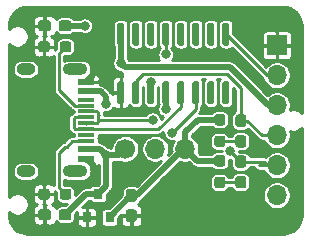
<source format=gbr>
%TF.GenerationSoftware,KiCad,Pcbnew,5.1.10*%
%TF.CreationDate,2021-06-29T15:39:21+12:00*%
%TF.ProjectId,USBCereal,55534243-6572-4656-916c-2e6b69636164,rev?*%
%TF.SameCoordinates,Original*%
%TF.FileFunction,Copper,L1,Top*%
%TF.FilePolarity,Positive*%
%FSLAX46Y46*%
G04 Gerber Fmt 4.6, Leading zero omitted, Abs format (unit mm)*
G04 Created by KiCad (PCBNEW 5.1.10) date 2021-06-29 15:39:21*
%MOMM*%
%LPD*%
G01*
G04 APERTURE LIST*
%TA.AperFunction,SMDPad,CuDef*%
%ADD10R,1.450000X0.600000*%
%TD*%
%TA.AperFunction,SMDPad,CuDef*%
%ADD11R,1.450000X0.300000*%
%TD*%
%TA.AperFunction,ComponentPad*%
%ADD12O,2.100000X1.000000*%
%TD*%
%TA.AperFunction,ComponentPad*%
%ADD13O,1.600000X1.000000*%
%TD*%
%TA.AperFunction,ComponentPad*%
%ADD14O,1.700000X1.700000*%
%TD*%
%TA.AperFunction,ComponentPad*%
%ADD15R,1.700000X1.700000*%
%TD*%
%TA.AperFunction,ComponentPad*%
%ADD16C,1.700000*%
%TD*%
%TA.AperFunction,SMDPad,CuDef*%
%ADD17R,0.800000X0.900000*%
%TD*%
%TA.AperFunction,ViaPad*%
%ADD18C,0.800000*%
%TD*%
%TA.AperFunction,Conductor*%
%ADD19C,0.300000*%
%TD*%
%TA.AperFunction,Conductor*%
%ADD20C,0.500000*%
%TD*%
%TA.AperFunction,Conductor*%
%ADD21C,0.250000*%
%TD*%
%TA.AperFunction,Conductor*%
%ADD22C,0.254000*%
%TD*%
%TA.AperFunction,Conductor*%
%ADD23C,0.100000*%
%TD*%
G04 APERTURE END LIST*
D10*
%TO.P,J1,B1*%
%TO.N,GNDD*%
X27794000Y-30301000D03*
%TO.P,J1,A9*%
%TO.N,+5V*%
X27794000Y-29501000D03*
%TO.P,J1,B9*%
X27794000Y-24601000D03*
%TO.P,J1,B12*%
%TO.N,GNDD*%
X27794000Y-23801000D03*
%TO.P,J1,A1*%
X27794000Y-23801000D03*
%TO.P,J1,A4*%
%TO.N,+5V*%
X27794000Y-24601000D03*
%TO.P,J1,B4*%
X27794000Y-29501000D03*
%TO.P,J1,A12*%
%TO.N,GNDD*%
X27794000Y-30301000D03*
D11*
%TO.P,J1,B8*%
%TO.N,N/C*%
X27794000Y-25301000D03*
%TO.P,J1,A5*%
%TO.N,/CC1*%
X27794000Y-25801000D03*
%TO.P,J1,B7*%
%TO.N,/USB_D-*%
X27794000Y-26301000D03*
%TO.P,J1,A7*%
X27794000Y-27301000D03*
%TO.P,J1,B6*%
%TO.N,/USB_D+*%
X27794000Y-27801000D03*
%TO.P,J1,A8*%
%TO.N,N/C*%
X27794000Y-28301000D03*
%TO.P,J1,B5*%
%TO.N,/CC2*%
X27794000Y-28801000D03*
%TO.P,J1,A6*%
%TO.N,/USB_D+*%
X27794000Y-26801000D03*
D12*
%TO.P,J1,S1*%
%TO.N,Net-(J1-PadS1)*%
X26879000Y-31371000D03*
X26879000Y-22731000D03*
D13*
X22699000Y-22731000D03*
X22699000Y-31371000D03*
%TD*%
D14*
%TO.P,J2,6*%
%TO.N,/DTR*%
X43942000Y-33401000D03*
%TO.P,J2,5*%
%TO.N,/RXD*%
X43942000Y-30861000D03*
%TO.P,J2,4*%
%TO.N,/TXD*%
X43942000Y-28321000D03*
%TO.P,J2,3*%
%TO.N,VCC*%
X43942000Y-25781000D03*
%TO.P,J2,2*%
%TO.N,/CTS*%
X43942000Y-23241000D03*
D15*
%TO.P,J2,1*%
%TO.N,GNDD*%
X43942000Y-20701000D03*
%TD*%
D14*
%TO.P,JP1,3*%
%TO.N,+3V3*%
X36195000Y-29464000D03*
%TO.P,JP1,2*%
%TO.N,VCC*%
X33655000Y-29464000D03*
D16*
%TO.P,JP1,1*%
%TO.N,+5V*%
X31115000Y-29464000D03*
%TD*%
%TO.P,D1,2*%
%TO.N,Net-(D1-Pad2)*%
%TA.AperFunction,SMDPad,CuDef*%
G36*
G01*
X40656500Y-28304000D02*
X41131500Y-28304000D01*
G75*
G02*
X41369000Y-28541500I0J-237500D01*
G01*
X41369000Y-29116500D01*
G75*
G02*
X41131500Y-29354000I-237500J0D01*
G01*
X40656500Y-29354000D01*
G75*
G02*
X40419000Y-29116500I0J237500D01*
G01*
X40419000Y-28541500D01*
G75*
G02*
X40656500Y-28304000I237500J0D01*
G01*
G37*
%TD.AperFunction*%
%TO.P,D1,1*%
%TO.N,/TXD*%
%TA.AperFunction,SMDPad,CuDef*%
G36*
G01*
X40656500Y-26554000D02*
X41131500Y-26554000D01*
G75*
G02*
X41369000Y-26791500I0J-237500D01*
G01*
X41369000Y-27366500D01*
G75*
G02*
X41131500Y-27604000I-237500J0D01*
G01*
X40656500Y-27604000D01*
G75*
G02*
X40419000Y-27366500I0J237500D01*
G01*
X40419000Y-26791500D01*
G75*
G02*
X40656500Y-26554000I237500J0D01*
G01*
G37*
%TD.AperFunction*%
%TD*%
%TO.P,D2,2*%
%TO.N,Net-(D2-Pad2)*%
%TA.AperFunction,SMDPad,CuDef*%
G36*
G01*
X40656500Y-31769500D02*
X41131500Y-31769500D01*
G75*
G02*
X41369000Y-32007000I0J-237500D01*
G01*
X41369000Y-32582000D01*
G75*
G02*
X41131500Y-32819500I-237500J0D01*
G01*
X40656500Y-32819500D01*
G75*
G02*
X40419000Y-32582000I0J237500D01*
G01*
X40419000Y-32007000D01*
G75*
G02*
X40656500Y-31769500I237500J0D01*
G01*
G37*
%TD.AperFunction*%
%TO.P,D2,1*%
%TO.N,/RXD*%
%TA.AperFunction,SMDPad,CuDef*%
G36*
G01*
X40656500Y-30019500D02*
X41131500Y-30019500D01*
G75*
G02*
X41369000Y-30257000I0J-237500D01*
G01*
X41369000Y-30832000D01*
G75*
G02*
X41131500Y-31069500I-237500J0D01*
G01*
X40656500Y-31069500D01*
G75*
G02*
X40419000Y-30832000I0J237500D01*
G01*
X40419000Y-30257000D01*
G75*
G02*
X40656500Y-30019500I237500J0D01*
G01*
G37*
%TD.AperFunction*%
%TD*%
%TO.P,R4,2*%
%TO.N,Net-(D2-Pad2)*%
%TA.AperFunction,SMDPad,CuDef*%
G36*
G01*
X38878500Y-31817500D02*
X39353500Y-31817500D01*
G75*
G02*
X39591000Y-32055000I0J-237500D01*
G01*
X39591000Y-32555000D01*
G75*
G02*
X39353500Y-32792500I-237500J0D01*
G01*
X38878500Y-32792500D01*
G75*
G02*
X38641000Y-32555000I0J237500D01*
G01*
X38641000Y-32055000D01*
G75*
G02*
X38878500Y-31817500I237500J0D01*
G01*
G37*
%TD.AperFunction*%
%TO.P,R4,1*%
%TO.N,+3V3*%
%TA.AperFunction,SMDPad,CuDef*%
G36*
G01*
X38878500Y-29992500D02*
X39353500Y-29992500D01*
G75*
G02*
X39591000Y-30230000I0J-237500D01*
G01*
X39591000Y-30730000D01*
G75*
G02*
X39353500Y-30967500I-237500J0D01*
G01*
X38878500Y-30967500D01*
G75*
G02*
X38641000Y-30730000I0J237500D01*
G01*
X38641000Y-30230000D01*
G75*
G02*
X38878500Y-29992500I237500J0D01*
G01*
G37*
%TD.AperFunction*%
%TD*%
%TO.P,R3,2*%
%TO.N,Net-(D1-Pad2)*%
%TA.AperFunction,SMDPad,CuDef*%
G36*
G01*
X38878500Y-28341500D02*
X39353500Y-28341500D01*
G75*
G02*
X39591000Y-28579000I0J-237500D01*
G01*
X39591000Y-29079000D01*
G75*
G02*
X39353500Y-29316500I-237500J0D01*
G01*
X38878500Y-29316500D01*
G75*
G02*
X38641000Y-29079000I0J237500D01*
G01*
X38641000Y-28579000D01*
G75*
G02*
X38878500Y-28341500I237500J0D01*
G01*
G37*
%TD.AperFunction*%
%TO.P,R3,1*%
%TO.N,+3V3*%
%TA.AperFunction,SMDPad,CuDef*%
G36*
G01*
X38878500Y-26516500D02*
X39353500Y-26516500D01*
G75*
G02*
X39591000Y-26754000I0J-237500D01*
G01*
X39591000Y-27254000D01*
G75*
G02*
X39353500Y-27491500I-237500J0D01*
G01*
X38878500Y-27491500D01*
G75*
G02*
X38641000Y-27254000I0J237500D01*
G01*
X38641000Y-26754000D01*
G75*
G02*
X38878500Y-26516500I237500J0D01*
G01*
G37*
%TD.AperFunction*%
%TD*%
%TO.P,R2,2*%
%TO.N,GNDD*%
%TA.AperFunction,SMDPad,CuDef*%
G36*
G01*
X24721000Y-20590500D02*
X24721000Y-21065500D01*
G75*
G02*
X24483500Y-21303000I-237500J0D01*
G01*
X23983500Y-21303000D01*
G75*
G02*
X23746000Y-21065500I0J237500D01*
G01*
X23746000Y-20590500D01*
G75*
G02*
X23983500Y-20353000I237500J0D01*
G01*
X24483500Y-20353000D01*
G75*
G02*
X24721000Y-20590500I0J-237500D01*
G01*
G37*
%TD.AperFunction*%
%TO.P,R2,1*%
%TO.N,/CC1*%
%TA.AperFunction,SMDPad,CuDef*%
G36*
G01*
X26546000Y-20590500D02*
X26546000Y-21065500D01*
G75*
G02*
X26308500Y-21303000I-237500J0D01*
G01*
X25808500Y-21303000D01*
G75*
G02*
X25571000Y-21065500I0J237500D01*
G01*
X25571000Y-20590500D01*
G75*
G02*
X25808500Y-20353000I237500J0D01*
G01*
X26308500Y-20353000D01*
G75*
G02*
X26546000Y-20590500I0J-237500D01*
G01*
G37*
%TD.AperFunction*%
%TD*%
%TO.P,R1,2*%
%TO.N,GNDD*%
%TA.AperFunction,SMDPad,CuDef*%
G36*
G01*
X24721000Y-33061900D02*
X24721000Y-33536900D01*
G75*
G02*
X24483500Y-33774400I-237500J0D01*
G01*
X23983500Y-33774400D01*
G75*
G02*
X23746000Y-33536900I0J237500D01*
G01*
X23746000Y-33061900D01*
G75*
G02*
X23983500Y-32824400I237500J0D01*
G01*
X24483500Y-32824400D01*
G75*
G02*
X24721000Y-33061900I0J-237500D01*
G01*
G37*
%TD.AperFunction*%
%TO.P,R1,1*%
%TO.N,/CC2*%
%TA.AperFunction,SMDPad,CuDef*%
G36*
G01*
X26546000Y-33061900D02*
X26546000Y-33536900D01*
G75*
G02*
X26308500Y-33774400I-237500J0D01*
G01*
X25808500Y-33774400D01*
G75*
G02*
X25571000Y-33536900I0J237500D01*
G01*
X25571000Y-33061900D01*
G75*
G02*
X25808500Y-32824400I237500J0D01*
G01*
X26308500Y-32824400D01*
G75*
G02*
X26546000Y-33061900I0J-237500D01*
G01*
G37*
%TD.AperFunction*%
%TD*%
D17*
%TO.P,U1,3*%
%TO.N,+5V*%
X28829000Y-33274000D03*
%TO.P,U1,2*%
%TO.N,+3V3*%
X29779000Y-35274000D03*
%TO.P,U1,1*%
%TO.N,GNDD*%
X27879000Y-35274000D03*
%TD*%
%TO.P,C3,2*%
%TO.N,GNDD*%
%TA.AperFunction,SMDPad,CuDef*%
G36*
G01*
X31385500Y-34588500D02*
X31860500Y-34588500D01*
G75*
G02*
X32098000Y-34826000I0J-237500D01*
G01*
X32098000Y-35426000D01*
G75*
G02*
X31860500Y-35663500I-237500J0D01*
G01*
X31385500Y-35663500D01*
G75*
G02*
X31148000Y-35426000I0J237500D01*
G01*
X31148000Y-34826000D01*
G75*
G02*
X31385500Y-34588500I237500J0D01*
G01*
G37*
%TD.AperFunction*%
%TO.P,C3,1*%
%TO.N,+3V3*%
%TA.AperFunction,SMDPad,CuDef*%
G36*
G01*
X31385500Y-32863500D02*
X31860500Y-32863500D01*
G75*
G02*
X32098000Y-33101000I0J-237500D01*
G01*
X32098000Y-33701000D01*
G75*
G02*
X31860500Y-33938500I-237500J0D01*
G01*
X31385500Y-33938500D01*
G75*
G02*
X31148000Y-33701000I0J237500D01*
G01*
X31148000Y-33101000D01*
G75*
G02*
X31385500Y-32863500I237500J0D01*
G01*
G37*
%TD.AperFunction*%
%TD*%
%TO.P,C2,2*%
%TO.N,GNDD*%
%TA.AperFunction,SMDPad,CuDef*%
G36*
G01*
X24821000Y-34814500D02*
X24821000Y-35289500D01*
G75*
G02*
X24583500Y-35527000I-237500J0D01*
G01*
X23983500Y-35527000D01*
G75*
G02*
X23746000Y-35289500I0J237500D01*
G01*
X23746000Y-34814500D01*
G75*
G02*
X23983500Y-34577000I237500J0D01*
G01*
X24583500Y-34577000D01*
G75*
G02*
X24821000Y-34814500I0J-237500D01*
G01*
G37*
%TD.AperFunction*%
%TO.P,C2,1*%
%TO.N,+5V*%
%TA.AperFunction,SMDPad,CuDef*%
G36*
G01*
X26546000Y-34814500D02*
X26546000Y-35289500D01*
G75*
G02*
X26308500Y-35527000I-237500J0D01*
G01*
X25708500Y-35527000D01*
G75*
G02*
X25471000Y-35289500I0J237500D01*
G01*
X25471000Y-34814500D01*
G75*
G02*
X25708500Y-34577000I237500J0D01*
G01*
X26308500Y-34577000D01*
G75*
G02*
X26546000Y-34814500I0J-237500D01*
G01*
G37*
%TD.AperFunction*%
%TD*%
%TO.P,C1,2*%
%TO.N,GNDD*%
%TA.AperFunction,SMDPad,CuDef*%
G36*
G01*
X24821000Y-18812500D02*
X24821000Y-19287500D01*
G75*
G02*
X24583500Y-19525000I-237500J0D01*
G01*
X23983500Y-19525000D01*
G75*
G02*
X23746000Y-19287500I0J237500D01*
G01*
X23746000Y-18812500D01*
G75*
G02*
X23983500Y-18575000I237500J0D01*
G01*
X24583500Y-18575000D01*
G75*
G02*
X24821000Y-18812500I0J-237500D01*
G01*
G37*
%TD.AperFunction*%
%TO.P,C1,1*%
%TO.N,+5V*%
%TA.AperFunction,SMDPad,CuDef*%
G36*
G01*
X26546000Y-18812500D02*
X26546000Y-19287500D01*
G75*
G02*
X26308500Y-19525000I-237500J0D01*
G01*
X25708500Y-19525000D01*
G75*
G02*
X25471000Y-19287500I0J237500D01*
G01*
X25471000Y-18812500D01*
G75*
G02*
X25708500Y-18575000I237500J0D01*
G01*
X26308500Y-18575000D01*
G75*
G02*
X26546000Y-18812500I0J-237500D01*
G01*
G37*
%TD.AperFunction*%
%TD*%
%TO.P,U2,16*%
%TO.N,VCC*%
%TA.AperFunction,SMDPad,CuDef*%
G36*
G01*
X30884000Y-20725000D02*
X30584000Y-20725000D01*
G75*
G02*
X30434000Y-20575000I0J150000D01*
G01*
X30434000Y-18925000D01*
G75*
G02*
X30584000Y-18775000I150000J0D01*
G01*
X30884000Y-18775000D01*
G75*
G02*
X31034000Y-18925000I0J-150000D01*
G01*
X31034000Y-20575000D01*
G75*
G02*
X30884000Y-20725000I-150000J0D01*
G01*
G37*
%TD.AperFunction*%
%TO.P,U2,15*%
%TO.N,N/C*%
%TA.AperFunction,SMDPad,CuDef*%
G36*
G01*
X32154000Y-20725000D02*
X31854000Y-20725000D01*
G75*
G02*
X31704000Y-20575000I0J150000D01*
G01*
X31704000Y-18925000D01*
G75*
G02*
X31854000Y-18775000I150000J0D01*
G01*
X32154000Y-18775000D01*
G75*
G02*
X32304000Y-18925000I0J-150000D01*
G01*
X32304000Y-20575000D01*
G75*
G02*
X32154000Y-20725000I-150000J0D01*
G01*
G37*
%TD.AperFunction*%
%TO.P,U2,14*%
%TA.AperFunction,SMDPad,CuDef*%
G36*
G01*
X33424000Y-20725000D02*
X33124000Y-20725000D01*
G75*
G02*
X32974000Y-20575000I0J150000D01*
G01*
X32974000Y-18925000D01*
G75*
G02*
X33124000Y-18775000I150000J0D01*
G01*
X33424000Y-18775000D01*
G75*
G02*
X33574000Y-18925000I0J-150000D01*
G01*
X33574000Y-20575000D01*
G75*
G02*
X33424000Y-20725000I-150000J0D01*
G01*
G37*
%TD.AperFunction*%
%TO.P,U2,13*%
%TO.N,/DTR*%
%TA.AperFunction,SMDPad,CuDef*%
G36*
G01*
X34694000Y-20725000D02*
X34394000Y-20725000D01*
G75*
G02*
X34244000Y-20575000I0J150000D01*
G01*
X34244000Y-18925000D01*
G75*
G02*
X34394000Y-18775000I150000J0D01*
G01*
X34694000Y-18775000D01*
G75*
G02*
X34844000Y-18925000I0J-150000D01*
G01*
X34844000Y-20575000D01*
G75*
G02*
X34694000Y-20725000I-150000J0D01*
G01*
G37*
%TD.AperFunction*%
%TO.P,U2,12*%
%TO.N,N/C*%
%TA.AperFunction,SMDPad,CuDef*%
G36*
G01*
X35964000Y-20725000D02*
X35664000Y-20725000D01*
G75*
G02*
X35514000Y-20575000I0J150000D01*
G01*
X35514000Y-18925000D01*
G75*
G02*
X35664000Y-18775000I150000J0D01*
G01*
X35964000Y-18775000D01*
G75*
G02*
X36114000Y-18925000I0J-150000D01*
G01*
X36114000Y-20575000D01*
G75*
G02*
X35964000Y-20725000I-150000J0D01*
G01*
G37*
%TD.AperFunction*%
%TO.P,U2,11*%
%TA.AperFunction,SMDPad,CuDef*%
G36*
G01*
X37234000Y-20725000D02*
X36934000Y-20725000D01*
G75*
G02*
X36784000Y-20575000I0J150000D01*
G01*
X36784000Y-18925000D01*
G75*
G02*
X36934000Y-18775000I150000J0D01*
G01*
X37234000Y-18775000D01*
G75*
G02*
X37384000Y-18925000I0J-150000D01*
G01*
X37384000Y-20575000D01*
G75*
G02*
X37234000Y-20725000I-150000J0D01*
G01*
G37*
%TD.AperFunction*%
%TO.P,U2,10*%
%TA.AperFunction,SMDPad,CuDef*%
G36*
G01*
X38504000Y-20725000D02*
X38204000Y-20725000D01*
G75*
G02*
X38054000Y-20575000I0J150000D01*
G01*
X38054000Y-18925000D01*
G75*
G02*
X38204000Y-18775000I150000J0D01*
G01*
X38504000Y-18775000D01*
G75*
G02*
X38654000Y-18925000I0J-150000D01*
G01*
X38654000Y-20575000D01*
G75*
G02*
X38504000Y-20725000I-150000J0D01*
G01*
G37*
%TD.AperFunction*%
%TO.P,U2,9*%
%TO.N,/CTS*%
%TA.AperFunction,SMDPad,CuDef*%
G36*
G01*
X39774000Y-20725000D02*
X39474000Y-20725000D01*
G75*
G02*
X39324000Y-20575000I0J150000D01*
G01*
X39324000Y-18925000D01*
G75*
G02*
X39474000Y-18775000I150000J0D01*
G01*
X39774000Y-18775000D01*
G75*
G02*
X39924000Y-18925000I0J-150000D01*
G01*
X39924000Y-20575000D01*
G75*
G02*
X39774000Y-20725000I-150000J0D01*
G01*
G37*
%TD.AperFunction*%
%TO.P,U2,8*%
%TO.N,N/C*%
%TA.AperFunction,SMDPad,CuDef*%
G36*
G01*
X39774000Y-25675000D02*
X39474000Y-25675000D01*
G75*
G02*
X39324000Y-25525000I0J150000D01*
G01*
X39324000Y-23875000D01*
G75*
G02*
X39474000Y-23725000I150000J0D01*
G01*
X39774000Y-23725000D01*
G75*
G02*
X39924000Y-23875000I0J-150000D01*
G01*
X39924000Y-25525000D01*
G75*
G02*
X39774000Y-25675000I-150000J0D01*
G01*
G37*
%TD.AperFunction*%
%TO.P,U2,7*%
%TA.AperFunction,SMDPad,CuDef*%
G36*
G01*
X38504000Y-25675000D02*
X38204000Y-25675000D01*
G75*
G02*
X38054000Y-25525000I0J150000D01*
G01*
X38054000Y-23875000D01*
G75*
G02*
X38204000Y-23725000I150000J0D01*
G01*
X38504000Y-23725000D01*
G75*
G02*
X38654000Y-23875000I0J-150000D01*
G01*
X38654000Y-25525000D01*
G75*
G02*
X38504000Y-25675000I-150000J0D01*
G01*
G37*
%TD.AperFunction*%
%TO.P,U2,6*%
%TO.N,/USB_D-*%
%TA.AperFunction,SMDPad,CuDef*%
G36*
G01*
X37234000Y-25675000D02*
X36934000Y-25675000D01*
G75*
G02*
X36784000Y-25525000I0J150000D01*
G01*
X36784000Y-23875000D01*
G75*
G02*
X36934000Y-23725000I150000J0D01*
G01*
X37234000Y-23725000D01*
G75*
G02*
X37384000Y-23875000I0J-150000D01*
G01*
X37384000Y-25525000D01*
G75*
G02*
X37234000Y-25675000I-150000J0D01*
G01*
G37*
%TD.AperFunction*%
%TO.P,U2,5*%
%TO.N,/USB_D+*%
%TA.AperFunction,SMDPad,CuDef*%
G36*
G01*
X35964000Y-25675000D02*
X35664000Y-25675000D01*
G75*
G02*
X35514000Y-25525000I0J150000D01*
G01*
X35514000Y-23875000D01*
G75*
G02*
X35664000Y-23725000I150000J0D01*
G01*
X35964000Y-23725000D01*
G75*
G02*
X36114000Y-23875000I0J-150000D01*
G01*
X36114000Y-25525000D01*
G75*
G02*
X35964000Y-25675000I-150000J0D01*
G01*
G37*
%TD.AperFunction*%
%TO.P,U2,4*%
%TO.N,+3V3*%
%TA.AperFunction,SMDPad,CuDef*%
G36*
G01*
X34694000Y-25675000D02*
X34394000Y-25675000D01*
G75*
G02*
X34244000Y-25525000I0J150000D01*
G01*
X34244000Y-23875000D01*
G75*
G02*
X34394000Y-23725000I150000J0D01*
G01*
X34694000Y-23725000D01*
G75*
G02*
X34844000Y-23875000I0J-150000D01*
G01*
X34844000Y-25525000D01*
G75*
G02*
X34694000Y-25675000I-150000J0D01*
G01*
G37*
%TD.AperFunction*%
%TO.P,U2,3*%
%TO.N,/RXD*%
%TA.AperFunction,SMDPad,CuDef*%
G36*
G01*
X33424000Y-25675000D02*
X33124000Y-25675000D01*
G75*
G02*
X32974000Y-25525000I0J150000D01*
G01*
X32974000Y-23875000D01*
G75*
G02*
X33124000Y-23725000I150000J0D01*
G01*
X33424000Y-23725000D01*
G75*
G02*
X33574000Y-23875000I0J-150000D01*
G01*
X33574000Y-25525000D01*
G75*
G02*
X33424000Y-25675000I-150000J0D01*
G01*
G37*
%TD.AperFunction*%
%TO.P,U2,2*%
%TO.N,/TXD*%
%TA.AperFunction,SMDPad,CuDef*%
G36*
G01*
X32154000Y-25675000D02*
X31854000Y-25675000D01*
G75*
G02*
X31704000Y-25525000I0J150000D01*
G01*
X31704000Y-23875000D01*
G75*
G02*
X31854000Y-23725000I150000J0D01*
G01*
X32154000Y-23725000D01*
G75*
G02*
X32304000Y-23875000I0J-150000D01*
G01*
X32304000Y-25525000D01*
G75*
G02*
X32154000Y-25675000I-150000J0D01*
G01*
G37*
%TD.AperFunction*%
%TO.P,U2,1*%
%TO.N,GNDD*%
%TA.AperFunction,SMDPad,CuDef*%
G36*
G01*
X30884000Y-25675000D02*
X30584000Y-25675000D01*
G75*
G02*
X30434000Y-25525000I0J150000D01*
G01*
X30434000Y-23875000D01*
G75*
G02*
X30584000Y-23725000I150000J0D01*
G01*
X30884000Y-23725000D01*
G75*
G02*
X31034000Y-23875000I0J-150000D01*
G01*
X31034000Y-25525000D01*
G75*
G02*
X30884000Y-25675000I-150000J0D01*
G01*
G37*
%TD.AperFunction*%
%TD*%
D18*
%TO.N,+5V*%
X29464000Y-25654000D03*
X29464000Y-29971980D03*
X27686000Y-19050000D03*
%TO.N,GNDD*%
X28448000Y-32004000D03*
X28397200Y-22047184D03*
X24231600Y-30022800D03*
X24231600Y-24130000D03*
X24231600Y-27076400D03*
X40894000Y-19050000D03*
X30734000Y-32004000D03*
%TO.N,+3V3*%
X34544000Y-26081288D03*
%TO.N,/USB_D-*%
X33426404Y-27025600D03*
X35052000Y-28092400D03*
%TO.N,VCC*%
X30734000Y-22225000D03*
%TO.N,/DTR*%
X34544000Y-21475000D03*
%TO.N,/RXD*%
X40005000Y-29654500D03*
X33274000Y-23839000D03*
%TD*%
D19*
%TO.N,+5V*%
X30820000Y-29169000D02*
X31115000Y-29464000D01*
D20*
X31078000Y-29501000D02*
X31115000Y-29464000D01*
X29464000Y-25046000D02*
X29464000Y-25654000D01*
X27794000Y-24601000D02*
X29019000Y-24601000D01*
X29019000Y-24601000D02*
X29464000Y-25046000D01*
X28829000Y-33274000D02*
X29464000Y-32639000D01*
X29464000Y-32639000D02*
X29464000Y-29971980D01*
X28993020Y-29501000D02*
X29464000Y-29971980D01*
X27794000Y-29501000D02*
X28993020Y-29501000D01*
X30607020Y-29971980D02*
X31115000Y-29464000D01*
X29464000Y-29971980D02*
X30607020Y-29971980D01*
X27786500Y-33274000D02*
X28829000Y-33274000D01*
X26008500Y-35052000D02*
X27786500Y-33274000D01*
X27686000Y-19050000D02*
X26008500Y-19050000D01*
D21*
%TO.N,GNDD*%
X28702000Y-31750000D02*
X28448000Y-32004000D01*
D20*
X28448000Y-30955000D02*
X28448000Y-32004000D01*
X27794000Y-30301000D02*
X28448000Y-30955000D01*
X27794000Y-23801000D02*
X28397200Y-23197800D01*
X28397200Y-23197800D02*
X28397200Y-22047184D01*
D19*
%TO.N,+3V3*%
X34549847Y-24705847D02*
X34544000Y-24700000D01*
X36195000Y-28702000D02*
X36195000Y-29464000D01*
D20*
X34544000Y-26081288D02*
X34544000Y-24700000D01*
X36195000Y-29464000D02*
X36195000Y-28067000D01*
X37258000Y-27004000D02*
X39116000Y-27004000D01*
X36195000Y-28067000D02*
X37258000Y-27004000D01*
X36195000Y-29464000D02*
X37211000Y-30480000D01*
X37211000Y-30480000D02*
X39116000Y-30480000D01*
X36035000Y-29464000D02*
X36195000Y-29464000D01*
X32098000Y-33401000D02*
X36035000Y-29464000D01*
X31623000Y-33401000D02*
X32098000Y-33401000D01*
X29779000Y-35245000D02*
X31623000Y-33401000D01*
X29779000Y-35274000D02*
X29779000Y-35245000D01*
D21*
%TO.N,/USB_D+*%
X27790000Y-26797000D02*
X27794000Y-26801000D01*
X26833998Y-27801000D02*
X27794000Y-27801000D01*
X26743999Y-27711001D02*
X26833998Y-27801000D01*
X26743999Y-26876001D02*
X26743999Y-27711001D01*
X26819000Y-26801000D02*
X26743999Y-26876001D01*
X27794000Y-26801000D02*
X26819000Y-26801000D01*
X35814000Y-25908000D02*
X35814000Y-24700000D01*
X33920598Y-27801402D02*
X35814000Y-25908000D01*
X32570398Y-27801402D02*
X33920598Y-27801402D01*
X32569996Y-27801000D02*
X32570398Y-27801402D01*
X27794000Y-27801000D02*
X32569996Y-27801000D01*
%TO.N,/USB_D-*%
X27794000Y-26301000D02*
X27698000Y-26301000D01*
X27790000Y-27305000D02*
X27794000Y-27301000D01*
X27794000Y-27324000D02*
X27792001Y-27325999D01*
X27794000Y-27301000D02*
X27794000Y-27324000D01*
X28754002Y-27301000D02*
X27794000Y-27301000D01*
X28844001Y-27211001D02*
X28754002Y-27301000D01*
X28754002Y-26301000D02*
X28844001Y-26390999D01*
X27794000Y-26301000D02*
X28754002Y-26301000D01*
X28844001Y-26390999D02*
X28844001Y-26558001D01*
X37084000Y-25675000D02*
X37084000Y-24700000D01*
X28854400Y-26568400D02*
X28844001Y-26558001D01*
X28844001Y-27035999D02*
X28844001Y-27211001D01*
X28844001Y-26558001D02*
X28844001Y-27035999D01*
X32860719Y-27025600D02*
X33426404Y-27025600D01*
X28854401Y-27025599D02*
X32860719Y-27025600D01*
X28844001Y-27035999D02*
X28854401Y-27025599D01*
X37084000Y-25908000D02*
X37084000Y-24700000D01*
X37084000Y-26060400D02*
X37084000Y-24700000D01*
X35052000Y-28092400D02*
X37084000Y-26060400D01*
D20*
%TO.N,VCC*%
X30734000Y-19750000D02*
X30734000Y-22225000D01*
X39937990Y-22538990D02*
X43180000Y-25781000D01*
X31047990Y-22538990D02*
X39937990Y-22538990D01*
X30734000Y-22225000D02*
X31047990Y-22538990D01*
D21*
%TO.N,/DTR*%
X34544000Y-21475000D02*
X34544000Y-19750000D01*
%TO.N,/CTS*%
X43115000Y-23241000D02*
X43180000Y-23241000D01*
X39624000Y-19750000D02*
X43115000Y-23241000D01*
%TO.N,/RXD*%
X42418000Y-30861000D02*
X43942000Y-30861000D01*
X40894000Y-30544500D02*
X40831500Y-30544500D01*
X40894000Y-30543500D02*
X40005000Y-29654500D01*
X40894000Y-30544500D02*
X40894000Y-30543500D01*
X42863500Y-30544500D02*
X43180000Y-30861000D01*
X40894000Y-30544500D02*
X42863500Y-30544500D01*
%TO.N,/TXD*%
X40894000Y-27079000D02*
X41430000Y-27079000D01*
X42672000Y-28321000D02*
X43942000Y-28321000D01*
X41430000Y-27079000D02*
X42672000Y-28321000D01*
X32004000Y-23725000D02*
X32004000Y-24700000D01*
X32615000Y-23114000D02*
X32004000Y-23725000D01*
X39684768Y-23114000D02*
X32615000Y-23114000D01*
X40894000Y-24323232D02*
X39684768Y-23114000D01*
X40894000Y-27079000D02*
X40894000Y-24323232D01*
%TO.N,Net-(D1-Pad2)*%
X39116000Y-28829000D02*
X40894000Y-28829000D01*
%TO.N,Net-(D2-Pad2)*%
X40883500Y-32305000D02*
X40894000Y-32294500D01*
X39116000Y-32305000D02*
X40883500Y-32305000D01*
%TO.N,/CC2*%
X27794000Y-28801000D02*
X26628002Y-28801000D01*
X26628002Y-28801000D02*
X26138003Y-29290999D01*
X25503990Y-29824008D02*
X25503990Y-32744890D01*
X26138003Y-29290999D02*
X26036999Y-29290999D01*
X25503990Y-32744890D02*
X26058500Y-33299400D01*
X26036999Y-29290999D02*
X25503990Y-29824008D01*
%TO.N,/CC1*%
X27793000Y-25801000D02*
X27768001Y-25825999D01*
X27794000Y-25801000D02*
X27793000Y-25801000D01*
X25503990Y-24487990D02*
X26841999Y-25825999D01*
X25503990Y-21382510D02*
X25503990Y-24487990D01*
X26058500Y-20828000D02*
X25503990Y-21382510D01*
X27031000Y-25801000D02*
X27794000Y-25801000D01*
X27006001Y-25825999D02*
X27031000Y-25801000D01*
X26841999Y-25825999D02*
X27006001Y-25825999D01*
%TD*%
D22*
%TO.N,GNDD*%
X44760723Y-17480717D02*
X45059615Y-17570957D01*
X45335288Y-17717535D01*
X45577238Y-17914864D01*
X45776251Y-18155430D01*
X45924750Y-18430071D01*
X46017075Y-18728325D01*
X46050589Y-19047188D01*
X46050600Y-19050326D01*
X46050600Y-26417683D01*
X45945227Y-26312310D01*
X45789467Y-26208235D01*
X45616396Y-26136547D01*
X45432665Y-26100000D01*
X45245335Y-26100000D01*
X45069341Y-26135008D01*
X45073769Y-26124318D01*
X45119000Y-25896924D01*
X45119000Y-25665076D01*
X45073769Y-25437682D01*
X44985044Y-25223481D01*
X44856236Y-25030706D01*
X44692294Y-24866764D01*
X44499519Y-24737956D01*
X44285318Y-24649231D01*
X44057924Y-24604000D01*
X43826076Y-24604000D01*
X43598682Y-24649231D01*
X43384481Y-24737956D01*
X43191706Y-24866764D01*
X43136736Y-24921735D01*
X40366028Y-22151027D01*
X40347964Y-22129016D01*
X40260105Y-22056911D01*
X40159866Y-22003333D01*
X40083165Y-21980066D01*
X40051101Y-21970339D01*
X39996035Y-21964916D01*
X39966326Y-21961990D01*
X39966321Y-21961990D01*
X39937990Y-21959200D01*
X39909659Y-21961990D01*
X35085144Y-21961990D01*
X35108698Y-21938436D01*
X35188259Y-21819364D01*
X35243062Y-21687058D01*
X35271000Y-21546603D01*
X35271000Y-21403397D01*
X35243062Y-21262942D01*
X35188259Y-21130636D01*
X35108698Y-21011564D01*
X35020399Y-20923265D01*
X35032409Y-20913409D01*
X35091926Y-20840886D01*
X35136152Y-20758145D01*
X35163386Y-20668367D01*
X35172582Y-20575000D01*
X35172582Y-18925000D01*
X35185418Y-18925000D01*
X35185418Y-20575000D01*
X35194614Y-20668367D01*
X35221848Y-20758145D01*
X35266074Y-20840886D01*
X35325591Y-20913409D01*
X35398114Y-20972926D01*
X35480855Y-21017152D01*
X35570633Y-21044386D01*
X35664000Y-21053582D01*
X35964000Y-21053582D01*
X36057367Y-21044386D01*
X36147145Y-21017152D01*
X36229886Y-20972926D01*
X36302409Y-20913409D01*
X36361926Y-20840886D01*
X36406152Y-20758145D01*
X36433386Y-20668367D01*
X36442582Y-20575000D01*
X36442582Y-18925000D01*
X36455418Y-18925000D01*
X36455418Y-20575000D01*
X36464614Y-20668367D01*
X36491848Y-20758145D01*
X36536074Y-20840886D01*
X36595591Y-20913409D01*
X36668114Y-20972926D01*
X36750855Y-21017152D01*
X36840633Y-21044386D01*
X36934000Y-21053582D01*
X37234000Y-21053582D01*
X37327367Y-21044386D01*
X37417145Y-21017152D01*
X37499886Y-20972926D01*
X37572409Y-20913409D01*
X37631926Y-20840886D01*
X37676152Y-20758145D01*
X37703386Y-20668367D01*
X37712582Y-20575000D01*
X37712582Y-18925000D01*
X37725418Y-18925000D01*
X37725418Y-20575000D01*
X37734614Y-20668367D01*
X37761848Y-20758145D01*
X37806074Y-20840886D01*
X37865591Y-20913409D01*
X37938114Y-20972926D01*
X38020855Y-21017152D01*
X38110633Y-21044386D01*
X38204000Y-21053582D01*
X38504000Y-21053582D01*
X38597367Y-21044386D01*
X38687145Y-21017152D01*
X38769886Y-20972926D01*
X38842409Y-20913409D01*
X38901926Y-20840886D01*
X38946152Y-20758145D01*
X38973386Y-20668367D01*
X38982582Y-20575000D01*
X38982582Y-18925000D01*
X38995418Y-18925000D01*
X38995418Y-20575000D01*
X39004614Y-20668367D01*
X39031848Y-20758145D01*
X39076074Y-20840886D01*
X39135591Y-20913409D01*
X39208114Y-20972926D01*
X39290855Y-21017152D01*
X39380633Y-21044386D01*
X39474000Y-21053582D01*
X39774000Y-21053582D01*
X39867367Y-21044386D01*
X39957145Y-21017152D01*
X40039886Y-20972926D01*
X40112409Y-20913409D01*
X40128535Y-20893759D01*
X42779681Y-23544905D01*
X42793841Y-23562159D01*
X42808161Y-23573911D01*
X42810231Y-23584318D01*
X42898956Y-23798519D01*
X43027764Y-23991294D01*
X43191706Y-24155236D01*
X43384481Y-24284044D01*
X43598682Y-24372769D01*
X43826076Y-24418000D01*
X44057924Y-24418000D01*
X44285318Y-24372769D01*
X44499519Y-24284044D01*
X44692294Y-24155236D01*
X44856236Y-23991294D01*
X44985044Y-23798519D01*
X45073769Y-23584318D01*
X45119000Y-23356924D01*
X45119000Y-23125076D01*
X45073769Y-22897682D01*
X44985044Y-22683481D01*
X44856236Y-22490706D01*
X44692294Y-22326764D01*
X44499519Y-22197956D01*
X44285318Y-22109231D01*
X44057924Y-22064000D01*
X43826076Y-22064000D01*
X43598682Y-22109231D01*
X43384481Y-22197956D01*
X43191706Y-22326764D01*
X43027764Y-22490706D01*
X43018217Y-22504994D01*
X42064223Y-21551000D01*
X42662934Y-21551000D01*
X42671178Y-21634707D01*
X42695595Y-21715196D01*
X42735245Y-21789376D01*
X42788605Y-21854395D01*
X42853624Y-21907755D01*
X42927804Y-21947405D01*
X43008293Y-21971822D01*
X43092000Y-21980066D01*
X43812250Y-21978000D01*
X43919000Y-21871250D01*
X43919000Y-20724000D01*
X43965000Y-20724000D01*
X43965000Y-21871250D01*
X44071750Y-21978000D01*
X44792000Y-21980066D01*
X44875707Y-21971822D01*
X44956196Y-21947405D01*
X45030376Y-21907755D01*
X45095395Y-21854395D01*
X45148755Y-21789376D01*
X45188405Y-21715196D01*
X45212822Y-21634707D01*
X45221066Y-21551000D01*
X45219000Y-20830750D01*
X45112250Y-20724000D01*
X43965000Y-20724000D01*
X43919000Y-20724000D01*
X42771750Y-20724000D01*
X42665000Y-20830750D01*
X42662934Y-21551000D01*
X42064223Y-21551000D01*
X40364223Y-19851000D01*
X42662934Y-19851000D01*
X42665000Y-20571250D01*
X42771750Y-20678000D01*
X43919000Y-20678000D01*
X43919000Y-19530750D01*
X43965000Y-19530750D01*
X43965000Y-20678000D01*
X45112250Y-20678000D01*
X45219000Y-20571250D01*
X45221066Y-19851000D01*
X45212822Y-19767293D01*
X45188405Y-19686804D01*
X45148755Y-19612624D01*
X45095395Y-19547605D01*
X45030376Y-19494245D01*
X44956196Y-19454595D01*
X44875707Y-19430178D01*
X44792000Y-19421934D01*
X44071750Y-19424000D01*
X43965000Y-19530750D01*
X43919000Y-19530750D01*
X43812250Y-19424000D01*
X43092000Y-19421934D01*
X43008293Y-19430178D01*
X42927804Y-19454595D01*
X42853624Y-19494245D01*
X42788605Y-19547605D01*
X42735245Y-19612624D01*
X42695595Y-19686804D01*
X42671178Y-19767293D01*
X42662934Y-19851000D01*
X40364223Y-19851000D01*
X40252582Y-19739359D01*
X40252582Y-18925000D01*
X40243386Y-18831633D01*
X40216152Y-18741855D01*
X40171926Y-18659114D01*
X40112409Y-18586591D01*
X40039886Y-18527074D01*
X39957145Y-18482848D01*
X39867367Y-18455614D01*
X39774000Y-18446418D01*
X39474000Y-18446418D01*
X39380633Y-18455614D01*
X39290855Y-18482848D01*
X39208114Y-18527074D01*
X39135591Y-18586591D01*
X39076074Y-18659114D01*
X39031848Y-18741855D01*
X39004614Y-18831633D01*
X38995418Y-18925000D01*
X38982582Y-18925000D01*
X38973386Y-18831633D01*
X38946152Y-18741855D01*
X38901926Y-18659114D01*
X38842409Y-18586591D01*
X38769886Y-18527074D01*
X38687145Y-18482848D01*
X38597367Y-18455614D01*
X38504000Y-18446418D01*
X38204000Y-18446418D01*
X38110633Y-18455614D01*
X38020855Y-18482848D01*
X37938114Y-18527074D01*
X37865591Y-18586591D01*
X37806074Y-18659114D01*
X37761848Y-18741855D01*
X37734614Y-18831633D01*
X37725418Y-18925000D01*
X37712582Y-18925000D01*
X37703386Y-18831633D01*
X37676152Y-18741855D01*
X37631926Y-18659114D01*
X37572409Y-18586591D01*
X37499886Y-18527074D01*
X37417145Y-18482848D01*
X37327367Y-18455614D01*
X37234000Y-18446418D01*
X36934000Y-18446418D01*
X36840633Y-18455614D01*
X36750855Y-18482848D01*
X36668114Y-18527074D01*
X36595591Y-18586591D01*
X36536074Y-18659114D01*
X36491848Y-18741855D01*
X36464614Y-18831633D01*
X36455418Y-18925000D01*
X36442582Y-18925000D01*
X36433386Y-18831633D01*
X36406152Y-18741855D01*
X36361926Y-18659114D01*
X36302409Y-18586591D01*
X36229886Y-18527074D01*
X36147145Y-18482848D01*
X36057367Y-18455614D01*
X35964000Y-18446418D01*
X35664000Y-18446418D01*
X35570633Y-18455614D01*
X35480855Y-18482848D01*
X35398114Y-18527074D01*
X35325591Y-18586591D01*
X35266074Y-18659114D01*
X35221848Y-18741855D01*
X35194614Y-18831633D01*
X35185418Y-18925000D01*
X35172582Y-18925000D01*
X35163386Y-18831633D01*
X35136152Y-18741855D01*
X35091926Y-18659114D01*
X35032409Y-18586591D01*
X34959886Y-18527074D01*
X34877145Y-18482848D01*
X34787367Y-18455614D01*
X34694000Y-18446418D01*
X34394000Y-18446418D01*
X34300633Y-18455614D01*
X34210855Y-18482848D01*
X34128114Y-18527074D01*
X34055591Y-18586591D01*
X33996074Y-18659114D01*
X33951848Y-18741855D01*
X33924614Y-18831633D01*
X33915418Y-18925000D01*
X33915418Y-20575000D01*
X33924614Y-20668367D01*
X33951848Y-20758145D01*
X33996074Y-20840886D01*
X34055591Y-20913409D01*
X34067601Y-20923265D01*
X33979302Y-21011564D01*
X33899741Y-21130636D01*
X33844938Y-21262942D01*
X33817000Y-21403397D01*
X33817000Y-21546603D01*
X33844938Y-21687058D01*
X33899741Y-21819364D01*
X33979302Y-21938436D01*
X34002856Y-21961990D01*
X31411957Y-21961990D01*
X31378259Y-21880636D01*
X31311000Y-21779975D01*
X31311000Y-20786492D01*
X31326152Y-20758145D01*
X31353386Y-20668367D01*
X31362582Y-20575000D01*
X31362582Y-18925000D01*
X31375418Y-18925000D01*
X31375418Y-20575000D01*
X31384614Y-20668367D01*
X31411848Y-20758145D01*
X31456074Y-20840886D01*
X31515591Y-20913409D01*
X31588114Y-20972926D01*
X31670855Y-21017152D01*
X31760633Y-21044386D01*
X31854000Y-21053582D01*
X32154000Y-21053582D01*
X32247367Y-21044386D01*
X32337145Y-21017152D01*
X32419886Y-20972926D01*
X32492409Y-20913409D01*
X32551926Y-20840886D01*
X32596152Y-20758145D01*
X32623386Y-20668367D01*
X32632582Y-20575000D01*
X32632582Y-18925000D01*
X32645418Y-18925000D01*
X32645418Y-20575000D01*
X32654614Y-20668367D01*
X32681848Y-20758145D01*
X32726074Y-20840886D01*
X32785591Y-20913409D01*
X32858114Y-20972926D01*
X32940855Y-21017152D01*
X33030633Y-21044386D01*
X33124000Y-21053582D01*
X33424000Y-21053582D01*
X33517367Y-21044386D01*
X33607145Y-21017152D01*
X33689886Y-20972926D01*
X33762409Y-20913409D01*
X33821926Y-20840886D01*
X33866152Y-20758145D01*
X33893386Y-20668367D01*
X33902582Y-20575000D01*
X33902582Y-18925000D01*
X33893386Y-18831633D01*
X33866152Y-18741855D01*
X33821926Y-18659114D01*
X33762409Y-18586591D01*
X33689886Y-18527074D01*
X33607145Y-18482848D01*
X33517367Y-18455614D01*
X33424000Y-18446418D01*
X33124000Y-18446418D01*
X33030633Y-18455614D01*
X32940855Y-18482848D01*
X32858114Y-18527074D01*
X32785591Y-18586591D01*
X32726074Y-18659114D01*
X32681848Y-18741855D01*
X32654614Y-18831633D01*
X32645418Y-18925000D01*
X32632582Y-18925000D01*
X32623386Y-18831633D01*
X32596152Y-18741855D01*
X32551926Y-18659114D01*
X32492409Y-18586591D01*
X32419886Y-18527074D01*
X32337145Y-18482848D01*
X32247367Y-18455614D01*
X32154000Y-18446418D01*
X31854000Y-18446418D01*
X31760633Y-18455614D01*
X31670855Y-18482848D01*
X31588114Y-18527074D01*
X31515591Y-18586591D01*
X31456074Y-18659114D01*
X31411848Y-18741855D01*
X31384614Y-18831633D01*
X31375418Y-18925000D01*
X31362582Y-18925000D01*
X31353386Y-18831633D01*
X31326152Y-18741855D01*
X31281926Y-18659114D01*
X31222409Y-18586591D01*
X31149886Y-18527074D01*
X31067145Y-18482848D01*
X30977367Y-18455614D01*
X30884000Y-18446418D01*
X30584000Y-18446418D01*
X30490633Y-18455614D01*
X30400855Y-18482848D01*
X30318114Y-18527074D01*
X30245591Y-18586591D01*
X30186074Y-18659114D01*
X30141848Y-18741855D01*
X30114614Y-18831633D01*
X30105418Y-18925000D01*
X30105418Y-20575000D01*
X30114614Y-20668367D01*
X30141848Y-20758145D01*
X30157000Y-20786493D01*
X30157001Y-21779974D01*
X30089741Y-21880636D01*
X30034938Y-22012942D01*
X30007000Y-22153397D01*
X30007000Y-22296603D01*
X30034938Y-22437058D01*
X30089741Y-22569364D01*
X30169302Y-22688436D01*
X30270564Y-22789698D01*
X30389636Y-22869259D01*
X30521942Y-22924062D01*
X30636237Y-22946797D01*
X30638016Y-22948964D01*
X30725875Y-23021069D01*
X30797500Y-23059353D01*
X30797500Y-23364250D01*
X30757000Y-23404750D01*
X30757000Y-24677000D01*
X30777000Y-24677000D01*
X30777000Y-24723000D01*
X30757000Y-24723000D01*
X30757000Y-25995250D01*
X30863750Y-26102000D01*
X31034000Y-26104066D01*
X31117707Y-26095822D01*
X31198196Y-26071405D01*
X31272376Y-26031755D01*
X31337395Y-25978395D01*
X31390755Y-25913376D01*
X31430405Y-25839196D01*
X31449048Y-25777741D01*
X31456074Y-25790886D01*
X31515591Y-25863409D01*
X31588114Y-25922926D01*
X31670855Y-25967152D01*
X31760633Y-25994386D01*
X31854000Y-26003582D01*
X32154000Y-26003582D01*
X32247367Y-25994386D01*
X32337145Y-25967152D01*
X32419886Y-25922926D01*
X32492409Y-25863409D01*
X32551926Y-25790886D01*
X32596152Y-25708145D01*
X32623386Y-25618367D01*
X32632582Y-25525000D01*
X32632582Y-24187616D01*
X32645418Y-24206826D01*
X32645418Y-25525000D01*
X32654614Y-25618367D01*
X32681848Y-25708145D01*
X32726074Y-25790886D01*
X32785591Y-25863409D01*
X32858114Y-25922926D01*
X32940855Y-25967152D01*
X33030633Y-25994386D01*
X33124000Y-26003582D01*
X33424000Y-26003582D01*
X33517367Y-25994386D01*
X33607145Y-25967152D01*
X33689886Y-25922926D01*
X33762409Y-25863409D01*
X33821926Y-25790886D01*
X33866152Y-25708145D01*
X33893386Y-25618367D01*
X33902582Y-25525000D01*
X33902582Y-24206826D01*
X33915418Y-24187616D01*
X33915418Y-25525000D01*
X33924614Y-25618367D01*
X33941582Y-25674304D01*
X33899741Y-25736924D01*
X33844938Y-25869230D01*
X33817000Y-26009685D01*
X33817000Y-26152891D01*
X33844938Y-26293346D01*
X33899741Y-26425652D01*
X33979302Y-26544724D01*
X34080564Y-26645986D01*
X34199636Y-26725547D01*
X34311071Y-26771705D01*
X34149319Y-26933458D01*
X34125466Y-26813542D01*
X34070663Y-26681236D01*
X33991102Y-26562164D01*
X33889840Y-26460902D01*
X33770768Y-26381341D01*
X33638462Y-26326538D01*
X33498007Y-26298600D01*
X33354801Y-26298600D01*
X33214346Y-26326538D01*
X33082040Y-26381341D01*
X32962968Y-26460902D01*
X32861706Y-26562164D01*
X32854065Y-26573600D01*
X32838514Y-26573600D01*
X32838504Y-26573601D01*
X29308075Y-26573599D01*
X29308587Y-26568399D01*
X29299860Y-26479793D01*
X29296001Y-26467072D01*
X29296001Y-26413204D01*
X29298188Y-26390999D01*
X29295301Y-26361687D01*
X29392397Y-26381000D01*
X29535603Y-26381000D01*
X29676058Y-26353062D01*
X29808364Y-26298259D01*
X29927436Y-26218698D01*
X30028698Y-26117436D01*
X30108259Y-25998364D01*
X30121251Y-25966998D01*
X30130605Y-25978395D01*
X30195624Y-26031755D01*
X30269804Y-26071405D01*
X30350293Y-26095822D01*
X30434000Y-26104066D01*
X30604250Y-26102000D01*
X30711000Y-25995250D01*
X30711000Y-24723000D01*
X30113750Y-24723000D01*
X30007000Y-24829750D01*
X30006955Y-24848182D01*
X29999657Y-24824124D01*
X29946079Y-24723885D01*
X29899757Y-24667442D01*
X29892037Y-24658035D01*
X29892035Y-24658033D01*
X29873974Y-24636026D01*
X29851968Y-24617966D01*
X29447039Y-24213038D01*
X29428974Y-24191026D01*
X29341115Y-24118921D01*
X29240876Y-24065343D01*
X29176770Y-24045897D01*
X29132111Y-24032349D01*
X29077045Y-24026926D01*
X29047336Y-24024000D01*
X29047331Y-24024000D01*
X29019000Y-24021210D01*
X28990669Y-24024000D01*
X28947132Y-24024000D01*
X28946000Y-23930750D01*
X28839250Y-23824000D01*
X27817000Y-23824000D01*
X27817000Y-23844000D01*
X27771000Y-23844000D01*
X27771000Y-23824000D01*
X27751000Y-23824000D01*
X27751000Y-23778000D01*
X27771000Y-23778000D01*
X27771000Y-23758000D01*
X27817000Y-23758000D01*
X27817000Y-23778000D01*
X28839250Y-23778000D01*
X28892250Y-23725000D01*
X30004934Y-23725000D01*
X30007000Y-24570250D01*
X30113750Y-24677000D01*
X30711000Y-24677000D01*
X30711000Y-23404750D01*
X30604250Y-23298000D01*
X30434000Y-23295934D01*
X30350293Y-23304178D01*
X30269804Y-23328595D01*
X30195624Y-23368245D01*
X30130605Y-23421605D01*
X30077245Y-23486624D01*
X30037595Y-23560804D01*
X30013178Y-23641293D01*
X30004934Y-23725000D01*
X28892250Y-23725000D01*
X28946000Y-23671250D01*
X28948066Y-23501000D01*
X28939822Y-23417293D01*
X28915405Y-23336804D01*
X28875755Y-23262624D01*
X28822395Y-23197605D01*
X28757376Y-23144245D01*
X28683196Y-23104595D01*
X28602707Y-23080178D01*
X28519000Y-23071934D01*
X28183870Y-23073097D01*
X28196745Y-23049010D01*
X28244034Y-22893120D01*
X28260001Y-22731000D01*
X28244034Y-22568880D01*
X28196745Y-22412990D01*
X28119952Y-22269321D01*
X28016606Y-22143394D01*
X27890679Y-22040048D01*
X27747010Y-21963255D01*
X27591120Y-21915966D01*
X27469624Y-21904000D01*
X26288376Y-21904000D01*
X26166880Y-21915966D01*
X26010990Y-21963255D01*
X25955990Y-21992653D01*
X25955990Y-21631582D01*
X26308500Y-21631582D01*
X26418937Y-21620705D01*
X26525130Y-21588492D01*
X26622998Y-21536180D01*
X26708780Y-21465780D01*
X26779180Y-21379998D01*
X26831492Y-21282130D01*
X26863705Y-21175937D01*
X26874582Y-21065500D01*
X26874582Y-20590500D01*
X26863705Y-20480063D01*
X26831492Y-20373870D01*
X26779180Y-20276002D01*
X26708780Y-20190220D01*
X26622998Y-20119820D01*
X26525130Y-20067508D01*
X26418937Y-20035295D01*
X26308500Y-20024418D01*
X25808500Y-20024418D01*
X25698063Y-20035295D01*
X25591870Y-20067508D01*
X25494002Y-20119820D01*
X25408220Y-20190220D01*
X25337820Y-20276002D01*
X25285508Y-20373870D01*
X25253295Y-20480063D01*
X25242418Y-20590500D01*
X25242418Y-21004859D01*
X25200090Y-21047187D01*
X25182831Y-21061351D01*
X25148868Y-21102736D01*
X25148000Y-20957750D01*
X25041250Y-20851000D01*
X24256500Y-20851000D01*
X24256500Y-21623250D01*
X24363250Y-21730000D01*
X24721000Y-21732066D01*
X24804707Y-21723822D01*
X24885196Y-21699405D01*
X24959376Y-21659755D01*
X25024395Y-21606395D01*
X25051990Y-21572770D01*
X25051991Y-24465775D01*
X25049803Y-24487990D01*
X25058530Y-24576597D01*
X25084376Y-24661799D01*
X25112338Y-24714112D01*
X25126348Y-24740323D01*
X25182832Y-24809149D01*
X25200086Y-24823309D01*
X26506684Y-26129909D01*
X26520840Y-26147158D01*
X26589666Y-26203642D01*
X26668189Y-26245613D01*
X26740418Y-26267523D01*
X26740418Y-26354553D01*
X26730393Y-26355540D01*
X26645190Y-26381386D01*
X26566667Y-26423357D01*
X26497841Y-26479841D01*
X26483680Y-26497097D01*
X26440098Y-26540679D01*
X26422840Y-26554842D01*
X26366356Y-26623669D01*
X26348537Y-26657007D01*
X26324385Y-26702192D01*
X26298539Y-26787394D01*
X26289812Y-26876001D01*
X26291999Y-26898207D01*
X26292000Y-27688786D01*
X26289812Y-27711001D01*
X26298539Y-27799608D01*
X26324385Y-27884810D01*
X26342477Y-27918657D01*
X26366357Y-27963334D01*
X26422841Y-28032160D01*
X26440095Y-28046320D01*
X26498675Y-28104900D01*
X26512839Y-28122159D01*
X26581665Y-28178643D01*
X26660188Y-28220614D01*
X26697403Y-28231903D01*
X26740418Y-28244952D01*
X26740418Y-28349000D01*
X26650206Y-28349000D01*
X26628001Y-28346813D01*
X26539394Y-28355540D01*
X26519564Y-28361556D01*
X26454192Y-28381386D01*
X26375669Y-28423357D01*
X26306843Y-28479841D01*
X26292687Y-28497090D01*
X25942432Y-28847347D01*
X25863189Y-28871385D01*
X25784666Y-28913356D01*
X25715840Y-28969840D01*
X25701680Y-28987094D01*
X25200090Y-29488685D01*
X25182831Y-29502849D01*
X25126347Y-29571676D01*
X25110143Y-29601992D01*
X25084376Y-29650199D01*
X25058530Y-29735401D01*
X25049803Y-29824008D01*
X25051990Y-29846213D01*
X25051991Y-32554631D01*
X25024395Y-32521005D01*
X24959376Y-32467645D01*
X24885196Y-32427995D01*
X24804707Y-32403578D01*
X24721000Y-32395334D01*
X24363250Y-32397400D01*
X24256500Y-32504150D01*
X24256500Y-33276400D01*
X25041250Y-33276400D01*
X25148000Y-33169650D01*
X25148868Y-33024663D01*
X25182832Y-33066049D01*
X25200086Y-33080209D01*
X25242418Y-33122541D01*
X25242418Y-33536900D01*
X25253295Y-33647337D01*
X25285508Y-33753530D01*
X25337820Y-33851398D01*
X25408220Y-33937180D01*
X25494002Y-34007580D01*
X25591870Y-34059892D01*
X25698063Y-34092105D01*
X25808500Y-34102982D01*
X26141517Y-34102982D01*
X25996081Y-34248418D01*
X25708500Y-34248418D01*
X25598063Y-34259295D01*
X25491870Y-34291508D01*
X25394002Y-34343820D01*
X25308220Y-34414220D01*
X25241983Y-34494929D01*
X25241822Y-34493293D01*
X25217405Y-34412804D01*
X25177755Y-34338624D01*
X25124395Y-34273605D01*
X25059376Y-34220245D01*
X24985196Y-34180595D01*
X24909718Y-34157698D01*
X24959376Y-34131155D01*
X25024395Y-34077795D01*
X25077755Y-34012776D01*
X25117405Y-33938596D01*
X25141822Y-33858107D01*
X25150066Y-33774400D01*
X25148000Y-33429150D01*
X25041250Y-33322400D01*
X24256500Y-33322400D01*
X24256500Y-34094650D01*
X24362550Y-34200700D01*
X24306500Y-34256750D01*
X24306500Y-35029000D01*
X24326500Y-35029000D01*
X24326500Y-35075000D01*
X24306500Y-35075000D01*
X24306500Y-35847250D01*
X24413250Y-35954000D01*
X24821000Y-35956066D01*
X24904707Y-35947822D01*
X24985196Y-35923405D01*
X25059376Y-35883755D01*
X25124395Y-35830395D01*
X25177755Y-35765376D01*
X25217405Y-35691196D01*
X25241822Y-35610707D01*
X25241983Y-35609071D01*
X25308220Y-35689780D01*
X25394002Y-35760180D01*
X25491870Y-35812492D01*
X25598063Y-35844705D01*
X25708500Y-35855582D01*
X26308500Y-35855582D01*
X26418937Y-35844705D01*
X26525130Y-35812492D01*
X26622998Y-35760180D01*
X26667083Y-35724000D01*
X27049934Y-35724000D01*
X27058178Y-35807707D01*
X27082595Y-35888196D01*
X27122245Y-35962376D01*
X27175605Y-36027395D01*
X27240624Y-36080755D01*
X27314804Y-36120405D01*
X27395293Y-36144822D01*
X27479000Y-36153066D01*
X27749250Y-36151000D01*
X27856000Y-36044250D01*
X27856000Y-35297000D01*
X27902000Y-35297000D01*
X27902000Y-36044250D01*
X28008750Y-36151000D01*
X28279000Y-36153066D01*
X28362707Y-36144822D01*
X28443196Y-36120405D01*
X28517376Y-36080755D01*
X28582395Y-36027395D01*
X28635755Y-35962376D01*
X28675405Y-35888196D01*
X28699822Y-35807707D01*
X28708066Y-35724000D01*
X28706000Y-35403750D01*
X28599250Y-35297000D01*
X27902000Y-35297000D01*
X27856000Y-35297000D01*
X27158750Y-35297000D01*
X27052000Y-35403750D01*
X27049934Y-35724000D01*
X26667083Y-35724000D01*
X26708780Y-35689780D01*
X26779180Y-35603998D01*
X26831492Y-35506130D01*
X26863705Y-35399937D01*
X26874582Y-35289500D01*
X26874582Y-35001919D01*
X27049950Y-34826551D01*
X27052000Y-35144250D01*
X27158750Y-35251000D01*
X27856000Y-35251000D01*
X27856000Y-34503750D01*
X27902000Y-34503750D01*
X27902000Y-35251000D01*
X28599250Y-35251000D01*
X28706000Y-35144250D01*
X28708066Y-34824000D01*
X28699822Y-34740293D01*
X28675405Y-34659804D01*
X28635755Y-34585624D01*
X28582395Y-34520605D01*
X28517376Y-34467245D01*
X28443196Y-34427595D01*
X28362707Y-34403178D01*
X28279000Y-34394934D01*
X28008750Y-34397000D01*
X27902000Y-34503750D01*
X27856000Y-34503750D01*
X27749250Y-34397000D01*
X27481548Y-34394953D01*
X28025501Y-33851000D01*
X28126102Y-33851000D01*
X28155794Y-33906550D01*
X28196657Y-33956343D01*
X28246450Y-33997206D01*
X28303257Y-34027570D01*
X28364897Y-34046268D01*
X28429000Y-34052582D01*
X29229000Y-34052582D01*
X29293103Y-34046268D01*
X29354743Y-34027570D01*
X29411550Y-33997206D01*
X29461343Y-33956343D01*
X29502206Y-33906550D01*
X29532570Y-33849743D01*
X29551268Y-33788103D01*
X29557582Y-33724000D01*
X29557582Y-33361419D01*
X29851963Y-33067038D01*
X29873974Y-33048974D01*
X29946079Y-32961115D01*
X29999657Y-32860876D01*
X30020574Y-32791922D01*
X30032651Y-32752112D01*
X30043791Y-32639000D01*
X30041000Y-32610661D01*
X30041000Y-30548980D01*
X30578689Y-30548980D01*
X30607020Y-30551770D01*
X30635351Y-30548980D01*
X30635356Y-30548980D01*
X30654234Y-30547121D01*
X30771682Y-30595769D01*
X30999076Y-30641000D01*
X31230924Y-30641000D01*
X31458318Y-30595769D01*
X31672519Y-30507044D01*
X31865294Y-30378236D01*
X32029236Y-30214294D01*
X32158044Y-30021519D01*
X32246769Y-29807318D01*
X32292000Y-29579924D01*
X32292000Y-29348076D01*
X32246769Y-29120682D01*
X32158044Y-28906481D01*
X32029236Y-28713706D01*
X31865294Y-28549764D01*
X31672519Y-28420956D01*
X31458318Y-28332231D01*
X31230924Y-28287000D01*
X30999076Y-28287000D01*
X30771682Y-28332231D01*
X30557481Y-28420956D01*
X30364706Y-28549764D01*
X30200764Y-28713706D01*
X30071956Y-28906481D01*
X29983231Y-29120682D01*
X29938000Y-29348076D01*
X29938000Y-29394980D01*
X29909025Y-29394980D01*
X29808364Y-29327721D01*
X29676058Y-29272918D01*
X29557321Y-29249300D01*
X29421057Y-29113036D01*
X29402994Y-29091026D01*
X29315135Y-29018921D01*
X29214896Y-28965343D01*
X29150790Y-28945897D01*
X29106131Y-28932349D01*
X29051065Y-28926926D01*
X29021356Y-28924000D01*
X29021351Y-28924000D01*
X28993020Y-28921210D01*
X28964689Y-28924000D01*
X28847582Y-28924000D01*
X28847582Y-28651000D01*
X28841268Y-28586897D01*
X28830379Y-28551000D01*
X28841268Y-28515103D01*
X28847582Y-28451000D01*
X28847582Y-28253000D01*
X32544111Y-28253000D01*
X32570398Y-28255589D01*
X32592603Y-28253402D01*
X33898393Y-28253402D01*
X33920598Y-28255589D01*
X33942803Y-28253402D01*
X34009205Y-28246862D01*
X34094408Y-28221016D01*
X34172931Y-28179045D01*
X34241757Y-28122561D01*
X34255921Y-28105302D01*
X34325000Y-28036223D01*
X34325000Y-28164003D01*
X34352938Y-28304458D01*
X34407741Y-28436764D01*
X34487302Y-28555836D01*
X34588564Y-28657098D01*
X34707636Y-28736659D01*
X34839942Y-28791462D01*
X34980397Y-28819400D01*
X35123603Y-28819400D01*
X35223406Y-28799548D01*
X35151956Y-28906481D01*
X35063231Y-29120682D01*
X35018000Y-29348076D01*
X35018000Y-29579924D01*
X35032115Y-29650884D01*
X34723899Y-29959100D01*
X34786769Y-29807318D01*
X34832000Y-29579924D01*
X34832000Y-29348076D01*
X34786769Y-29120682D01*
X34698044Y-28906481D01*
X34569236Y-28713706D01*
X34405294Y-28549764D01*
X34212519Y-28420956D01*
X33998318Y-28332231D01*
X33770924Y-28287000D01*
X33539076Y-28287000D01*
X33311682Y-28332231D01*
X33097481Y-28420956D01*
X32904706Y-28549764D01*
X32740764Y-28713706D01*
X32611956Y-28906481D01*
X32523231Y-29120682D01*
X32478000Y-29348076D01*
X32478000Y-29579924D01*
X32523231Y-29807318D01*
X32611956Y-30021519D01*
X32740764Y-30214294D01*
X32904706Y-30378236D01*
X33097481Y-30507044D01*
X33311682Y-30595769D01*
X33539076Y-30641000D01*
X33770924Y-30641000D01*
X33998318Y-30595769D01*
X34150100Y-30532899D01*
X32095286Y-32587713D01*
X32077130Y-32578008D01*
X31970937Y-32545795D01*
X31860500Y-32534918D01*
X31385500Y-32534918D01*
X31275063Y-32545795D01*
X31168870Y-32578008D01*
X31071002Y-32630320D01*
X30985220Y-32700720D01*
X30914820Y-32786502D01*
X30862508Y-32884370D01*
X30830295Y-32990563D01*
X30819418Y-33101000D01*
X30819418Y-33388581D01*
X29712581Y-34495418D01*
X29379000Y-34495418D01*
X29314897Y-34501732D01*
X29253257Y-34520430D01*
X29196450Y-34550794D01*
X29146657Y-34591657D01*
X29105794Y-34641450D01*
X29075430Y-34698257D01*
X29056732Y-34759897D01*
X29050418Y-34824000D01*
X29050418Y-35724000D01*
X29056732Y-35788103D01*
X29075430Y-35849743D01*
X29105794Y-35906550D01*
X29146657Y-35956343D01*
X29196450Y-35997206D01*
X29253257Y-36027570D01*
X29314897Y-36046268D01*
X29379000Y-36052582D01*
X30179000Y-36052582D01*
X30243103Y-36046268D01*
X30304743Y-36027570D01*
X30361550Y-35997206D01*
X30411343Y-35956343D01*
X30452206Y-35906550D01*
X30482570Y-35849743D01*
X30501268Y-35788103D01*
X30507582Y-35724000D01*
X30507582Y-35663500D01*
X30718934Y-35663500D01*
X30727178Y-35747207D01*
X30751595Y-35827696D01*
X30791245Y-35901876D01*
X30844605Y-35966895D01*
X30909624Y-36020255D01*
X30983804Y-36059905D01*
X31064293Y-36084322D01*
X31148000Y-36092566D01*
X31493250Y-36090500D01*
X31600000Y-35983750D01*
X31600000Y-35149000D01*
X31646000Y-35149000D01*
X31646000Y-35983750D01*
X31752750Y-36090500D01*
X32098000Y-36092566D01*
X32181707Y-36084322D01*
X32262196Y-36059905D01*
X32336376Y-36020255D01*
X32401395Y-35966895D01*
X32454755Y-35901876D01*
X32494405Y-35827696D01*
X32518822Y-35747207D01*
X32527066Y-35663500D01*
X32525000Y-35255750D01*
X32418250Y-35149000D01*
X31646000Y-35149000D01*
X31600000Y-35149000D01*
X30827750Y-35149000D01*
X30721000Y-35255750D01*
X30718934Y-35663500D01*
X30507582Y-35663500D01*
X30507582Y-35332419D01*
X30782376Y-35057626D01*
X30827750Y-35103000D01*
X31600000Y-35103000D01*
X31600000Y-35083000D01*
X31646000Y-35083000D01*
X31646000Y-35103000D01*
X32418250Y-35103000D01*
X32525000Y-34996250D01*
X32527066Y-34588500D01*
X32518822Y-34504793D01*
X32494405Y-34424304D01*
X32454755Y-34350124D01*
X32401395Y-34285105D01*
X32336376Y-34231745D01*
X32262196Y-34192095D01*
X32181707Y-34167678D01*
X32180071Y-34167517D01*
X32260780Y-34101280D01*
X32331180Y-34015498D01*
X32383492Y-33917630D01*
X32388914Y-33899756D01*
X32420115Y-33883079D01*
X32507974Y-33810974D01*
X32526039Y-33788962D01*
X33029925Y-33285076D01*
X42765000Y-33285076D01*
X42765000Y-33516924D01*
X42810231Y-33744318D01*
X42898956Y-33958519D01*
X43027764Y-34151294D01*
X43191706Y-34315236D01*
X43384481Y-34444044D01*
X43598682Y-34532769D01*
X43826076Y-34578000D01*
X44057924Y-34578000D01*
X44285318Y-34532769D01*
X44499519Y-34444044D01*
X44692294Y-34315236D01*
X44856236Y-34151294D01*
X44985044Y-33958519D01*
X45073769Y-33744318D01*
X45119000Y-33516924D01*
X45119000Y-33285076D01*
X45073769Y-33057682D01*
X44985044Y-32843481D01*
X44856236Y-32650706D01*
X44692294Y-32486764D01*
X44499519Y-32357956D01*
X44285318Y-32269231D01*
X44057924Y-32224000D01*
X43826076Y-32224000D01*
X43598682Y-32269231D01*
X43384481Y-32357956D01*
X43191706Y-32486764D01*
X43027764Y-32650706D01*
X42898956Y-32843481D01*
X42810231Y-33057682D01*
X42765000Y-33285076D01*
X33029925Y-33285076D01*
X34260001Y-32055000D01*
X38312418Y-32055000D01*
X38312418Y-32555000D01*
X38323295Y-32665437D01*
X38355508Y-32771630D01*
X38407820Y-32869498D01*
X38478220Y-32955280D01*
X38564002Y-33025680D01*
X38661870Y-33077992D01*
X38768063Y-33110205D01*
X38878500Y-33121082D01*
X39353500Y-33121082D01*
X39463937Y-33110205D01*
X39570130Y-33077992D01*
X39667998Y-33025680D01*
X39753780Y-32955280D01*
X39824180Y-32869498D01*
X39876492Y-32771630D01*
X39880930Y-32757000D01*
X40120880Y-32757000D01*
X40133508Y-32798630D01*
X40185820Y-32896498D01*
X40256220Y-32982280D01*
X40342002Y-33052680D01*
X40439870Y-33104992D01*
X40546063Y-33137205D01*
X40656500Y-33148082D01*
X41131500Y-33148082D01*
X41241937Y-33137205D01*
X41348130Y-33104992D01*
X41445998Y-33052680D01*
X41531780Y-32982280D01*
X41602180Y-32896498D01*
X41654492Y-32798630D01*
X41686705Y-32692437D01*
X41697582Y-32582000D01*
X41697582Y-32007000D01*
X41686705Y-31896563D01*
X41654492Y-31790370D01*
X41602180Y-31692502D01*
X41531780Y-31606720D01*
X41445998Y-31536320D01*
X41348130Y-31484008D01*
X41241937Y-31451795D01*
X41131500Y-31440918D01*
X40656500Y-31440918D01*
X40546063Y-31451795D01*
X40439870Y-31484008D01*
X40342002Y-31536320D01*
X40256220Y-31606720D01*
X40185820Y-31692502D01*
X40133508Y-31790370D01*
X40114510Y-31853000D01*
X39880930Y-31853000D01*
X39876492Y-31838370D01*
X39824180Y-31740502D01*
X39753780Y-31654720D01*
X39667998Y-31584320D01*
X39570130Y-31532008D01*
X39463937Y-31499795D01*
X39353500Y-31488918D01*
X38878500Y-31488918D01*
X38768063Y-31499795D01*
X38661870Y-31532008D01*
X38564002Y-31584320D01*
X38478220Y-31654720D01*
X38407820Y-31740502D01*
X38355508Y-31838370D01*
X38323295Y-31944563D01*
X38312418Y-32055000D01*
X34260001Y-32055000D01*
X35758026Y-30556975D01*
X35851682Y-30595769D01*
X36079076Y-30641000D01*
X36310924Y-30641000D01*
X36515338Y-30600340D01*
X36782965Y-30867967D01*
X36801026Y-30889974D01*
X36823033Y-30908035D01*
X36823035Y-30908037D01*
X36824600Y-30909321D01*
X36888885Y-30962079D01*
X36989124Y-31015657D01*
X37029814Y-31028000D01*
X37097888Y-31048651D01*
X37155886Y-31054363D01*
X37182664Y-31057000D01*
X37182669Y-31057000D01*
X37211000Y-31059790D01*
X37239331Y-31057000D01*
X38418080Y-31057000D01*
X38478220Y-31130280D01*
X38564002Y-31200680D01*
X38661870Y-31252992D01*
X38768063Y-31285205D01*
X38878500Y-31296082D01*
X39353500Y-31296082D01*
X39463937Y-31285205D01*
X39570130Y-31252992D01*
X39667998Y-31200680D01*
X39753780Y-31130280D01*
X39824180Y-31044498D01*
X39876492Y-30946630D01*
X39908705Y-30840437D01*
X39919582Y-30730000D01*
X39919582Y-30378752D01*
X39933397Y-30381500D01*
X40076603Y-30381500D01*
X40090093Y-30378817D01*
X40090418Y-30379141D01*
X40090418Y-30832000D01*
X40101295Y-30942437D01*
X40133508Y-31048630D01*
X40185820Y-31146498D01*
X40256220Y-31232280D01*
X40342002Y-31302680D01*
X40439870Y-31354992D01*
X40546063Y-31387205D01*
X40656500Y-31398082D01*
X41131500Y-31398082D01*
X41241937Y-31387205D01*
X41348130Y-31354992D01*
X41445998Y-31302680D01*
X41531780Y-31232280D01*
X41602180Y-31146498D01*
X41654492Y-31048630D01*
X41670305Y-30996500D01*
X41986765Y-30996500D01*
X41998386Y-31034810D01*
X42040357Y-31113333D01*
X42096841Y-31182159D01*
X42165667Y-31238643D01*
X42244190Y-31280614D01*
X42329393Y-31306460D01*
X42395795Y-31313000D01*
X42855249Y-31313000D01*
X42898956Y-31418519D01*
X43027764Y-31611294D01*
X43191706Y-31775236D01*
X43384481Y-31904044D01*
X43598682Y-31992769D01*
X43826076Y-32038000D01*
X44057924Y-32038000D01*
X44285318Y-31992769D01*
X44499519Y-31904044D01*
X44692294Y-31775236D01*
X44856236Y-31611294D01*
X44985044Y-31418519D01*
X45073769Y-31204318D01*
X45119000Y-30976924D01*
X45119000Y-30745076D01*
X45073769Y-30517682D01*
X44985044Y-30303481D01*
X44856236Y-30110706D01*
X44692294Y-29946764D01*
X44499519Y-29817956D01*
X44285318Y-29729231D01*
X44057924Y-29684000D01*
X43826076Y-29684000D01*
X43598682Y-29729231D01*
X43384481Y-29817956D01*
X43191706Y-29946764D01*
X43027764Y-30110706D01*
X43021495Y-30120089D01*
X42952107Y-30099040D01*
X42885705Y-30092500D01*
X42863500Y-30090313D01*
X42841295Y-30092500D01*
X41670305Y-30092500D01*
X41654492Y-30040370D01*
X41602180Y-29942502D01*
X41531780Y-29856720D01*
X41445998Y-29786320D01*
X41348130Y-29734008D01*
X41241937Y-29701795D01*
X41131500Y-29690918D01*
X40732000Y-29690918D01*
X40732000Y-29682582D01*
X41131500Y-29682582D01*
X41241937Y-29671705D01*
X41348130Y-29639492D01*
X41445998Y-29587180D01*
X41531780Y-29516780D01*
X41602180Y-29430998D01*
X41654492Y-29333130D01*
X41686705Y-29226937D01*
X41697582Y-29116500D01*
X41697582Y-28541500D01*
X41686705Y-28431063D01*
X41654492Y-28324870D01*
X41602180Y-28227002D01*
X41531780Y-28141220D01*
X41445998Y-28070820D01*
X41348130Y-28018508D01*
X41241937Y-27986295D01*
X41131500Y-27975418D01*
X40656500Y-27975418D01*
X40546063Y-27986295D01*
X40439870Y-28018508D01*
X40342002Y-28070820D01*
X40256220Y-28141220D01*
X40185820Y-28227002D01*
X40133508Y-28324870D01*
X40117695Y-28377000D01*
X39880930Y-28377000D01*
X39876492Y-28362370D01*
X39824180Y-28264502D01*
X39753780Y-28178720D01*
X39667998Y-28108320D01*
X39570130Y-28056008D01*
X39463937Y-28023795D01*
X39353500Y-28012918D01*
X38878500Y-28012918D01*
X38768063Y-28023795D01*
X38661870Y-28056008D01*
X38564002Y-28108320D01*
X38478220Y-28178720D01*
X38407820Y-28264502D01*
X38355508Y-28362370D01*
X38323295Y-28468563D01*
X38312418Y-28579000D01*
X38312418Y-29079000D01*
X38323295Y-29189437D01*
X38355508Y-29295630D01*
X38407820Y-29393498D01*
X38478220Y-29479280D01*
X38564002Y-29549680D01*
X38661870Y-29601992D01*
X38768063Y-29634205D01*
X38878500Y-29645082D01*
X39278000Y-29645082D01*
X39278000Y-29663918D01*
X38878500Y-29663918D01*
X38768063Y-29674795D01*
X38661870Y-29707008D01*
X38564002Y-29759320D01*
X38478220Y-29829720D01*
X38418080Y-29903000D01*
X37450002Y-29903000D01*
X37331340Y-29784338D01*
X37372000Y-29579924D01*
X37372000Y-29348076D01*
X37326769Y-29120682D01*
X37238044Y-28906481D01*
X37109236Y-28713706D01*
X36945294Y-28549764D01*
X36772000Y-28433973D01*
X36772000Y-28306001D01*
X37497002Y-27581000D01*
X38418080Y-27581000D01*
X38478220Y-27654280D01*
X38564002Y-27724680D01*
X38661870Y-27776992D01*
X38768063Y-27809205D01*
X38878500Y-27820082D01*
X39353500Y-27820082D01*
X39463937Y-27809205D01*
X39570130Y-27776992D01*
X39667998Y-27724680D01*
X39753780Y-27654280D01*
X39824180Y-27568498D01*
X39876492Y-27470630D01*
X39908705Y-27364437D01*
X39919582Y-27254000D01*
X39919582Y-26754000D01*
X39908705Y-26643563D01*
X39876492Y-26537370D01*
X39824180Y-26439502D01*
X39753780Y-26353720D01*
X39667998Y-26283320D01*
X39570130Y-26231008D01*
X39463937Y-26198795D01*
X39353500Y-26187918D01*
X38878500Y-26187918D01*
X38768063Y-26198795D01*
X38661870Y-26231008D01*
X38564002Y-26283320D01*
X38478220Y-26353720D01*
X38418080Y-26427000D01*
X37356624Y-26427000D01*
X37387906Y-26395718D01*
X37405159Y-26381559D01*
X37461643Y-26312733D01*
X37503614Y-26234210D01*
X37511250Y-26209037D01*
X37529460Y-26149008D01*
X37538187Y-26060400D01*
X37536000Y-26038195D01*
X37536000Y-25893289D01*
X37572409Y-25863409D01*
X37631926Y-25790886D01*
X37676152Y-25708145D01*
X37703386Y-25618367D01*
X37712582Y-25525000D01*
X37712582Y-23875000D01*
X37703386Y-23781633D01*
X37676152Y-23691855D01*
X37631926Y-23609114D01*
X37596544Y-23566000D01*
X37841456Y-23566000D01*
X37806074Y-23609114D01*
X37761848Y-23691855D01*
X37734614Y-23781633D01*
X37725418Y-23875000D01*
X37725418Y-25525000D01*
X37734614Y-25618367D01*
X37761848Y-25708145D01*
X37806074Y-25790886D01*
X37865591Y-25863409D01*
X37938114Y-25922926D01*
X38020855Y-25967152D01*
X38110633Y-25994386D01*
X38204000Y-26003582D01*
X38504000Y-26003582D01*
X38597367Y-25994386D01*
X38687145Y-25967152D01*
X38769886Y-25922926D01*
X38842409Y-25863409D01*
X38901926Y-25790886D01*
X38946152Y-25708145D01*
X38973386Y-25618367D01*
X38982582Y-25525000D01*
X38982582Y-23875000D01*
X38973386Y-23781633D01*
X38946152Y-23691855D01*
X38901926Y-23609114D01*
X38866544Y-23566000D01*
X39111456Y-23566000D01*
X39076074Y-23609114D01*
X39031848Y-23691855D01*
X39004614Y-23781633D01*
X38995418Y-23875000D01*
X38995418Y-25525000D01*
X39004614Y-25618367D01*
X39031848Y-25708145D01*
X39076074Y-25790886D01*
X39135591Y-25863409D01*
X39208114Y-25922926D01*
X39290855Y-25967152D01*
X39380633Y-25994386D01*
X39474000Y-26003582D01*
X39774000Y-26003582D01*
X39867367Y-25994386D01*
X39957145Y-25967152D01*
X40039886Y-25922926D01*
X40112409Y-25863409D01*
X40171926Y-25790886D01*
X40216152Y-25708145D01*
X40243386Y-25618367D01*
X40252582Y-25525000D01*
X40252582Y-24321038D01*
X40442001Y-24510458D01*
X40442000Y-26267862D01*
X40439870Y-26268508D01*
X40342002Y-26320820D01*
X40256220Y-26391220D01*
X40185820Y-26477002D01*
X40133508Y-26574870D01*
X40101295Y-26681063D01*
X40090418Y-26791500D01*
X40090418Y-27366500D01*
X40101295Y-27476937D01*
X40133508Y-27583130D01*
X40185820Y-27680998D01*
X40256220Y-27766780D01*
X40342002Y-27837180D01*
X40439870Y-27889492D01*
X40546063Y-27921705D01*
X40656500Y-27932582D01*
X41131500Y-27932582D01*
X41241937Y-27921705D01*
X41348130Y-27889492D01*
X41445998Y-27837180D01*
X41502547Y-27790771D01*
X42336685Y-28624910D01*
X42350841Y-28642159D01*
X42419667Y-28698643D01*
X42498190Y-28740614D01*
X42563562Y-28760444D01*
X42583392Y-28766460D01*
X42671999Y-28775187D01*
X42694204Y-28773000D01*
X42855249Y-28773000D01*
X42898956Y-28878519D01*
X43027764Y-29071294D01*
X43191706Y-29235236D01*
X43384481Y-29364044D01*
X43598682Y-29452769D01*
X43826076Y-29498000D01*
X44057924Y-29498000D01*
X44285318Y-29452769D01*
X44499519Y-29364044D01*
X44692294Y-29235236D01*
X44856236Y-29071294D01*
X44985044Y-28878519D01*
X45073769Y-28664318D01*
X45119000Y-28436924D01*
X45119000Y-28205076D01*
X45073769Y-27977682D01*
X45069341Y-27966992D01*
X45245335Y-28002000D01*
X45432665Y-28002000D01*
X45616396Y-27965453D01*
X45789467Y-27893765D01*
X45945227Y-27789690D01*
X46050601Y-27684316D01*
X46050601Y-35043317D01*
X46019283Y-35362723D01*
X45929041Y-35661619D01*
X45782465Y-35937288D01*
X45585136Y-36179238D01*
X45344569Y-36378252D01*
X45069928Y-36526750D01*
X44771675Y-36619075D01*
X44452812Y-36652589D01*
X44449674Y-36652600D01*
X22868673Y-36652600D01*
X22549277Y-36621283D01*
X22250381Y-36531041D01*
X21974712Y-36384465D01*
X21732762Y-36187136D01*
X21533748Y-35946569D01*
X21385250Y-35671928D01*
X21340388Y-35527000D01*
X23316934Y-35527000D01*
X23325178Y-35610707D01*
X23349595Y-35691196D01*
X23389245Y-35765376D01*
X23442605Y-35830395D01*
X23507624Y-35883755D01*
X23581804Y-35923405D01*
X23662293Y-35947822D01*
X23746000Y-35956066D01*
X24153750Y-35954000D01*
X24260500Y-35847250D01*
X24260500Y-35075000D01*
X23425750Y-35075000D01*
X23319000Y-35181750D01*
X23316934Y-35527000D01*
X21340388Y-35527000D01*
X21292925Y-35373675D01*
X21259411Y-35054812D01*
X21259400Y-35051674D01*
X21259400Y-34796317D01*
X21364773Y-34901690D01*
X21520533Y-35005765D01*
X21693604Y-35077453D01*
X21877335Y-35114000D01*
X22064665Y-35114000D01*
X22248396Y-35077453D01*
X22421467Y-35005765D01*
X22577227Y-34901690D01*
X22709690Y-34769227D01*
X22813765Y-34613467D01*
X22885453Y-34440396D01*
X22922000Y-34256665D01*
X22922000Y-34069335D01*
X22885453Y-33885604D01*
X22839392Y-33774400D01*
X23316934Y-33774400D01*
X23325178Y-33858107D01*
X23349595Y-33938596D01*
X23389245Y-34012776D01*
X23442605Y-34077795D01*
X23507624Y-34131155D01*
X23581804Y-34170805D01*
X23597940Y-34175700D01*
X23581804Y-34180595D01*
X23507624Y-34220245D01*
X23442605Y-34273605D01*
X23389245Y-34338624D01*
X23349595Y-34412804D01*
X23325178Y-34493293D01*
X23316934Y-34577000D01*
X23319000Y-34922250D01*
X23425750Y-35029000D01*
X24260500Y-35029000D01*
X24260500Y-34256750D01*
X24154450Y-34150700D01*
X24210500Y-34094650D01*
X24210500Y-33322400D01*
X23425750Y-33322400D01*
X23319000Y-33429150D01*
X23316934Y-33774400D01*
X22839392Y-33774400D01*
X22813765Y-33712533D01*
X22709690Y-33556773D01*
X22577227Y-33424310D01*
X22421467Y-33320235D01*
X22248396Y-33248547D01*
X22064665Y-33212000D01*
X21877335Y-33212000D01*
X21693604Y-33248547D01*
X21520533Y-33320235D01*
X21364773Y-33424310D01*
X21259400Y-33529683D01*
X21259400Y-32824400D01*
X23316934Y-32824400D01*
X23319000Y-33169650D01*
X23425750Y-33276400D01*
X24210500Y-33276400D01*
X24210500Y-32504150D01*
X24103750Y-32397400D01*
X23746000Y-32395334D01*
X23662293Y-32403578D01*
X23581804Y-32427995D01*
X23507624Y-32467645D01*
X23442605Y-32521005D01*
X23389245Y-32586024D01*
X23349595Y-32660204D01*
X23325178Y-32740693D01*
X23316934Y-32824400D01*
X21259400Y-32824400D01*
X21259400Y-31371000D01*
X21567999Y-31371000D01*
X21583966Y-31533120D01*
X21631255Y-31689010D01*
X21708048Y-31832679D01*
X21811394Y-31958606D01*
X21937321Y-32061952D01*
X22080990Y-32138745D01*
X22236880Y-32186034D01*
X22358376Y-32198000D01*
X23039624Y-32198000D01*
X23161120Y-32186034D01*
X23317010Y-32138745D01*
X23460679Y-32061952D01*
X23586606Y-31958606D01*
X23689952Y-31832679D01*
X23766745Y-31689010D01*
X23814034Y-31533120D01*
X23830001Y-31371000D01*
X23814034Y-31208880D01*
X23766745Y-31052990D01*
X23689952Y-30909321D01*
X23586606Y-30783394D01*
X23460679Y-30680048D01*
X23317010Y-30603255D01*
X23161120Y-30555966D01*
X23039624Y-30544000D01*
X22358376Y-30544000D01*
X22236880Y-30555966D01*
X22080990Y-30603255D01*
X21937321Y-30680048D01*
X21811394Y-30783394D01*
X21708048Y-30909321D01*
X21631255Y-31052990D01*
X21583966Y-31208880D01*
X21567999Y-31371000D01*
X21259400Y-31371000D01*
X21259400Y-22731000D01*
X21567999Y-22731000D01*
X21583966Y-22893120D01*
X21631255Y-23049010D01*
X21708048Y-23192679D01*
X21811394Y-23318606D01*
X21937321Y-23421952D01*
X22080990Y-23498745D01*
X22236880Y-23546034D01*
X22358376Y-23558000D01*
X23039624Y-23558000D01*
X23161120Y-23546034D01*
X23317010Y-23498745D01*
X23460679Y-23421952D01*
X23586606Y-23318606D01*
X23689952Y-23192679D01*
X23766745Y-23049010D01*
X23814034Y-22893120D01*
X23830001Y-22731000D01*
X23814034Y-22568880D01*
X23766745Y-22412990D01*
X23689952Y-22269321D01*
X23586606Y-22143394D01*
X23460679Y-22040048D01*
X23317010Y-21963255D01*
X23161120Y-21915966D01*
X23039624Y-21904000D01*
X22358376Y-21904000D01*
X22236880Y-21915966D01*
X22080990Y-21963255D01*
X21937321Y-22040048D01*
X21811394Y-22143394D01*
X21708048Y-22269321D01*
X21631255Y-22412990D01*
X21583966Y-22568880D01*
X21567999Y-22731000D01*
X21259400Y-22731000D01*
X21259400Y-21303000D01*
X23316934Y-21303000D01*
X23325178Y-21386707D01*
X23349595Y-21467196D01*
X23389245Y-21541376D01*
X23442605Y-21606395D01*
X23507624Y-21659755D01*
X23581804Y-21699405D01*
X23662293Y-21723822D01*
X23746000Y-21732066D01*
X24103750Y-21730000D01*
X24210500Y-21623250D01*
X24210500Y-20851000D01*
X23425750Y-20851000D01*
X23319000Y-20957750D01*
X23316934Y-21303000D01*
X21259400Y-21303000D01*
X21259400Y-20572317D01*
X21364773Y-20677690D01*
X21520533Y-20781765D01*
X21693604Y-20853453D01*
X21877335Y-20890000D01*
X22064665Y-20890000D01*
X22248396Y-20853453D01*
X22421467Y-20781765D01*
X22577227Y-20677690D01*
X22709690Y-20545227D01*
X22813765Y-20389467D01*
X22885453Y-20216396D01*
X22922000Y-20032665D01*
X22922000Y-19845335D01*
X22885453Y-19661604D01*
X22828871Y-19525000D01*
X23316934Y-19525000D01*
X23325178Y-19608707D01*
X23349595Y-19689196D01*
X23389245Y-19763376D01*
X23442605Y-19828395D01*
X23507624Y-19881755D01*
X23581804Y-19921405D01*
X23639805Y-19939000D01*
X23581804Y-19956595D01*
X23507624Y-19996245D01*
X23442605Y-20049605D01*
X23389245Y-20114624D01*
X23349595Y-20188804D01*
X23325178Y-20269293D01*
X23316934Y-20353000D01*
X23319000Y-20698250D01*
X23425750Y-20805000D01*
X24210500Y-20805000D01*
X24210500Y-20032750D01*
X24256500Y-20032750D01*
X24256500Y-20805000D01*
X25041250Y-20805000D01*
X25148000Y-20698250D01*
X25150066Y-20353000D01*
X25141822Y-20269293D01*
X25117405Y-20188804D01*
X25077755Y-20114624D01*
X25024395Y-20049605D01*
X24959376Y-19996245D01*
X24885196Y-19956595D01*
X24863169Y-19949913D01*
X24904707Y-19945822D01*
X24985196Y-19921405D01*
X25059376Y-19881755D01*
X25124395Y-19828395D01*
X25177755Y-19763376D01*
X25217405Y-19689196D01*
X25241822Y-19608707D01*
X25241983Y-19607071D01*
X25308220Y-19687780D01*
X25394002Y-19758180D01*
X25491870Y-19810492D01*
X25598063Y-19842705D01*
X25708500Y-19853582D01*
X26308500Y-19853582D01*
X26418937Y-19842705D01*
X26525130Y-19810492D01*
X26622998Y-19758180D01*
X26708780Y-19687780D01*
X26758661Y-19627000D01*
X27240975Y-19627000D01*
X27341636Y-19694259D01*
X27473942Y-19749062D01*
X27614397Y-19777000D01*
X27757603Y-19777000D01*
X27898058Y-19749062D01*
X28030364Y-19694259D01*
X28149436Y-19614698D01*
X28250698Y-19513436D01*
X28330259Y-19394364D01*
X28385062Y-19262058D01*
X28413000Y-19121603D01*
X28413000Y-18978397D01*
X28385062Y-18837942D01*
X28330259Y-18705636D01*
X28250698Y-18586564D01*
X28149436Y-18485302D01*
X28030364Y-18405741D01*
X27898058Y-18350938D01*
X27757603Y-18323000D01*
X27614397Y-18323000D01*
X27473942Y-18350938D01*
X27341636Y-18405741D01*
X27240975Y-18473000D01*
X26758661Y-18473000D01*
X26708780Y-18412220D01*
X26622998Y-18341820D01*
X26525130Y-18289508D01*
X26418937Y-18257295D01*
X26308500Y-18246418D01*
X25708500Y-18246418D01*
X25598063Y-18257295D01*
X25491870Y-18289508D01*
X25394002Y-18341820D01*
X25308220Y-18412220D01*
X25241983Y-18492929D01*
X25241822Y-18491293D01*
X25217405Y-18410804D01*
X25177755Y-18336624D01*
X25124395Y-18271605D01*
X25059376Y-18218245D01*
X24985196Y-18178595D01*
X24904707Y-18154178D01*
X24821000Y-18145934D01*
X24413250Y-18148000D01*
X24306500Y-18254750D01*
X24306500Y-19027000D01*
X24326500Y-19027000D01*
X24326500Y-19073000D01*
X24306500Y-19073000D01*
X24306500Y-19845250D01*
X24387112Y-19925862D01*
X24363250Y-19926000D01*
X24256500Y-20032750D01*
X24210500Y-20032750D01*
X24129871Y-19952121D01*
X24153750Y-19952000D01*
X24260500Y-19845250D01*
X24260500Y-19073000D01*
X23425750Y-19073000D01*
X23319000Y-19179750D01*
X23316934Y-19525000D01*
X22828871Y-19525000D01*
X22813765Y-19488533D01*
X22709690Y-19332773D01*
X22577227Y-19200310D01*
X22421467Y-19096235D01*
X22248396Y-19024547D01*
X22064665Y-18988000D01*
X21877335Y-18988000D01*
X21693604Y-19024547D01*
X21520533Y-19096235D01*
X21364773Y-19200310D01*
X21259400Y-19305683D01*
X21259400Y-19058673D01*
X21290717Y-18739277D01*
X21340314Y-18575000D01*
X23316934Y-18575000D01*
X23319000Y-18920250D01*
X23425750Y-19027000D01*
X24260500Y-19027000D01*
X24260500Y-18254750D01*
X24153750Y-18148000D01*
X23746000Y-18145934D01*
X23662293Y-18154178D01*
X23581804Y-18178595D01*
X23507624Y-18218245D01*
X23442605Y-18271605D01*
X23389245Y-18336624D01*
X23349595Y-18410804D01*
X23325178Y-18491293D01*
X23316934Y-18575000D01*
X21340314Y-18575000D01*
X21380957Y-18440385D01*
X21527535Y-18164712D01*
X21724864Y-17922762D01*
X21965430Y-17723749D01*
X22240071Y-17575250D01*
X22538325Y-17482925D01*
X22857188Y-17449411D01*
X22860325Y-17449400D01*
X44441327Y-17449400D01*
X44760723Y-17480717D01*
%TA.AperFunction,Conductor*%
D23*
G36*
X44760723Y-17480717D02*
G01*
X45059615Y-17570957D01*
X45335288Y-17717535D01*
X45577238Y-17914864D01*
X45776251Y-18155430D01*
X45924750Y-18430071D01*
X46017075Y-18728325D01*
X46050589Y-19047188D01*
X46050600Y-19050326D01*
X46050600Y-26417683D01*
X45945227Y-26312310D01*
X45789467Y-26208235D01*
X45616396Y-26136547D01*
X45432665Y-26100000D01*
X45245335Y-26100000D01*
X45069341Y-26135008D01*
X45073769Y-26124318D01*
X45119000Y-25896924D01*
X45119000Y-25665076D01*
X45073769Y-25437682D01*
X44985044Y-25223481D01*
X44856236Y-25030706D01*
X44692294Y-24866764D01*
X44499519Y-24737956D01*
X44285318Y-24649231D01*
X44057924Y-24604000D01*
X43826076Y-24604000D01*
X43598682Y-24649231D01*
X43384481Y-24737956D01*
X43191706Y-24866764D01*
X43136736Y-24921735D01*
X40366028Y-22151027D01*
X40347964Y-22129016D01*
X40260105Y-22056911D01*
X40159866Y-22003333D01*
X40083165Y-21980066D01*
X40051101Y-21970339D01*
X39996035Y-21964916D01*
X39966326Y-21961990D01*
X39966321Y-21961990D01*
X39937990Y-21959200D01*
X39909659Y-21961990D01*
X35085144Y-21961990D01*
X35108698Y-21938436D01*
X35188259Y-21819364D01*
X35243062Y-21687058D01*
X35271000Y-21546603D01*
X35271000Y-21403397D01*
X35243062Y-21262942D01*
X35188259Y-21130636D01*
X35108698Y-21011564D01*
X35020399Y-20923265D01*
X35032409Y-20913409D01*
X35091926Y-20840886D01*
X35136152Y-20758145D01*
X35163386Y-20668367D01*
X35172582Y-20575000D01*
X35172582Y-18925000D01*
X35185418Y-18925000D01*
X35185418Y-20575000D01*
X35194614Y-20668367D01*
X35221848Y-20758145D01*
X35266074Y-20840886D01*
X35325591Y-20913409D01*
X35398114Y-20972926D01*
X35480855Y-21017152D01*
X35570633Y-21044386D01*
X35664000Y-21053582D01*
X35964000Y-21053582D01*
X36057367Y-21044386D01*
X36147145Y-21017152D01*
X36229886Y-20972926D01*
X36302409Y-20913409D01*
X36361926Y-20840886D01*
X36406152Y-20758145D01*
X36433386Y-20668367D01*
X36442582Y-20575000D01*
X36442582Y-18925000D01*
X36455418Y-18925000D01*
X36455418Y-20575000D01*
X36464614Y-20668367D01*
X36491848Y-20758145D01*
X36536074Y-20840886D01*
X36595591Y-20913409D01*
X36668114Y-20972926D01*
X36750855Y-21017152D01*
X36840633Y-21044386D01*
X36934000Y-21053582D01*
X37234000Y-21053582D01*
X37327367Y-21044386D01*
X37417145Y-21017152D01*
X37499886Y-20972926D01*
X37572409Y-20913409D01*
X37631926Y-20840886D01*
X37676152Y-20758145D01*
X37703386Y-20668367D01*
X37712582Y-20575000D01*
X37712582Y-18925000D01*
X37725418Y-18925000D01*
X37725418Y-20575000D01*
X37734614Y-20668367D01*
X37761848Y-20758145D01*
X37806074Y-20840886D01*
X37865591Y-20913409D01*
X37938114Y-20972926D01*
X38020855Y-21017152D01*
X38110633Y-21044386D01*
X38204000Y-21053582D01*
X38504000Y-21053582D01*
X38597367Y-21044386D01*
X38687145Y-21017152D01*
X38769886Y-20972926D01*
X38842409Y-20913409D01*
X38901926Y-20840886D01*
X38946152Y-20758145D01*
X38973386Y-20668367D01*
X38982582Y-20575000D01*
X38982582Y-18925000D01*
X38995418Y-18925000D01*
X38995418Y-20575000D01*
X39004614Y-20668367D01*
X39031848Y-20758145D01*
X39076074Y-20840886D01*
X39135591Y-20913409D01*
X39208114Y-20972926D01*
X39290855Y-21017152D01*
X39380633Y-21044386D01*
X39474000Y-21053582D01*
X39774000Y-21053582D01*
X39867367Y-21044386D01*
X39957145Y-21017152D01*
X40039886Y-20972926D01*
X40112409Y-20913409D01*
X40128535Y-20893759D01*
X42779681Y-23544905D01*
X42793841Y-23562159D01*
X42808161Y-23573911D01*
X42810231Y-23584318D01*
X42898956Y-23798519D01*
X43027764Y-23991294D01*
X43191706Y-24155236D01*
X43384481Y-24284044D01*
X43598682Y-24372769D01*
X43826076Y-24418000D01*
X44057924Y-24418000D01*
X44285318Y-24372769D01*
X44499519Y-24284044D01*
X44692294Y-24155236D01*
X44856236Y-23991294D01*
X44985044Y-23798519D01*
X45073769Y-23584318D01*
X45119000Y-23356924D01*
X45119000Y-23125076D01*
X45073769Y-22897682D01*
X44985044Y-22683481D01*
X44856236Y-22490706D01*
X44692294Y-22326764D01*
X44499519Y-22197956D01*
X44285318Y-22109231D01*
X44057924Y-22064000D01*
X43826076Y-22064000D01*
X43598682Y-22109231D01*
X43384481Y-22197956D01*
X43191706Y-22326764D01*
X43027764Y-22490706D01*
X43018217Y-22504994D01*
X42064223Y-21551000D01*
X42662934Y-21551000D01*
X42671178Y-21634707D01*
X42695595Y-21715196D01*
X42735245Y-21789376D01*
X42788605Y-21854395D01*
X42853624Y-21907755D01*
X42927804Y-21947405D01*
X43008293Y-21971822D01*
X43092000Y-21980066D01*
X43812250Y-21978000D01*
X43919000Y-21871250D01*
X43919000Y-20724000D01*
X43965000Y-20724000D01*
X43965000Y-21871250D01*
X44071750Y-21978000D01*
X44792000Y-21980066D01*
X44875707Y-21971822D01*
X44956196Y-21947405D01*
X45030376Y-21907755D01*
X45095395Y-21854395D01*
X45148755Y-21789376D01*
X45188405Y-21715196D01*
X45212822Y-21634707D01*
X45221066Y-21551000D01*
X45219000Y-20830750D01*
X45112250Y-20724000D01*
X43965000Y-20724000D01*
X43919000Y-20724000D01*
X42771750Y-20724000D01*
X42665000Y-20830750D01*
X42662934Y-21551000D01*
X42064223Y-21551000D01*
X40364223Y-19851000D01*
X42662934Y-19851000D01*
X42665000Y-20571250D01*
X42771750Y-20678000D01*
X43919000Y-20678000D01*
X43919000Y-19530750D01*
X43965000Y-19530750D01*
X43965000Y-20678000D01*
X45112250Y-20678000D01*
X45219000Y-20571250D01*
X45221066Y-19851000D01*
X45212822Y-19767293D01*
X45188405Y-19686804D01*
X45148755Y-19612624D01*
X45095395Y-19547605D01*
X45030376Y-19494245D01*
X44956196Y-19454595D01*
X44875707Y-19430178D01*
X44792000Y-19421934D01*
X44071750Y-19424000D01*
X43965000Y-19530750D01*
X43919000Y-19530750D01*
X43812250Y-19424000D01*
X43092000Y-19421934D01*
X43008293Y-19430178D01*
X42927804Y-19454595D01*
X42853624Y-19494245D01*
X42788605Y-19547605D01*
X42735245Y-19612624D01*
X42695595Y-19686804D01*
X42671178Y-19767293D01*
X42662934Y-19851000D01*
X40364223Y-19851000D01*
X40252582Y-19739359D01*
X40252582Y-18925000D01*
X40243386Y-18831633D01*
X40216152Y-18741855D01*
X40171926Y-18659114D01*
X40112409Y-18586591D01*
X40039886Y-18527074D01*
X39957145Y-18482848D01*
X39867367Y-18455614D01*
X39774000Y-18446418D01*
X39474000Y-18446418D01*
X39380633Y-18455614D01*
X39290855Y-18482848D01*
X39208114Y-18527074D01*
X39135591Y-18586591D01*
X39076074Y-18659114D01*
X39031848Y-18741855D01*
X39004614Y-18831633D01*
X38995418Y-18925000D01*
X38982582Y-18925000D01*
X38973386Y-18831633D01*
X38946152Y-18741855D01*
X38901926Y-18659114D01*
X38842409Y-18586591D01*
X38769886Y-18527074D01*
X38687145Y-18482848D01*
X38597367Y-18455614D01*
X38504000Y-18446418D01*
X38204000Y-18446418D01*
X38110633Y-18455614D01*
X38020855Y-18482848D01*
X37938114Y-18527074D01*
X37865591Y-18586591D01*
X37806074Y-18659114D01*
X37761848Y-18741855D01*
X37734614Y-18831633D01*
X37725418Y-18925000D01*
X37712582Y-18925000D01*
X37703386Y-18831633D01*
X37676152Y-18741855D01*
X37631926Y-18659114D01*
X37572409Y-18586591D01*
X37499886Y-18527074D01*
X37417145Y-18482848D01*
X37327367Y-18455614D01*
X37234000Y-18446418D01*
X36934000Y-18446418D01*
X36840633Y-18455614D01*
X36750855Y-18482848D01*
X36668114Y-18527074D01*
X36595591Y-18586591D01*
X36536074Y-18659114D01*
X36491848Y-18741855D01*
X36464614Y-18831633D01*
X36455418Y-18925000D01*
X36442582Y-18925000D01*
X36433386Y-18831633D01*
X36406152Y-18741855D01*
X36361926Y-18659114D01*
X36302409Y-18586591D01*
X36229886Y-18527074D01*
X36147145Y-18482848D01*
X36057367Y-18455614D01*
X35964000Y-18446418D01*
X35664000Y-18446418D01*
X35570633Y-18455614D01*
X35480855Y-18482848D01*
X35398114Y-18527074D01*
X35325591Y-18586591D01*
X35266074Y-18659114D01*
X35221848Y-18741855D01*
X35194614Y-18831633D01*
X35185418Y-18925000D01*
X35172582Y-18925000D01*
X35163386Y-18831633D01*
X35136152Y-18741855D01*
X35091926Y-18659114D01*
X35032409Y-18586591D01*
X34959886Y-18527074D01*
X34877145Y-18482848D01*
X34787367Y-18455614D01*
X34694000Y-18446418D01*
X34394000Y-18446418D01*
X34300633Y-18455614D01*
X34210855Y-18482848D01*
X34128114Y-18527074D01*
X34055591Y-18586591D01*
X33996074Y-18659114D01*
X33951848Y-18741855D01*
X33924614Y-18831633D01*
X33915418Y-18925000D01*
X33915418Y-20575000D01*
X33924614Y-20668367D01*
X33951848Y-20758145D01*
X33996074Y-20840886D01*
X34055591Y-20913409D01*
X34067601Y-20923265D01*
X33979302Y-21011564D01*
X33899741Y-21130636D01*
X33844938Y-21262942D01*
X33817000Y-21403397D01*
X33817000Y-21546603D01*
X33844938Y-21687058D01*
X33899741Y-21819364D01*
X33979302Y-21938436D01*
X34002856Y-21961990D01*
X31411957Y-21961990D01*
X31378259Y-21880636D01*
X31311000Y-21779975D01*
X31311000Y-20786492D01*
X31326152Y-20758145D01*
X31353386Y-20668367D01*
X31362582Y-20575000D01*
X31362582Y-18925000D01*
X31375418Y-18925000D01*
X31375418Y-20575000D01*
X31384614Y-20668367D01*
X31411848Y-20758145D01*
X31456074Y-20840886D01*
X31515591Y-20913409D01*
X31588114Y-20972926D01*
X31670855Y-21017152D01*
X31760633Y-21044386D01*
X31854000Y-21053582D01*
X32154000Y-21053582D01*
X32247367Y-21044386D01*
X32337145Y-21017152D01*
X32419886Y-20972926D01*
X32492409Y-20913409D01*
X32551926Y-20840886D01*
X32596152Y-20758145D01*
X32623386Y-20668367D01*
X32632582Y-20575000D01*
X32632582Y-18925000D01*
X32645418Y-18925000D01*
X32645418Y-20575000D01*
X32654614Y-20668367D01*
X32681848Y-20758145D01*
X32726074Y-20840886D01*
X32785591Y-20913409D01*
X32858114Y-20972926D01*
X32940855Y-21017152D01*
X33030633Y-21044386D01*
X33124000Y-21053582D01*
X33424000Y-21053582D01*
X33517367Y-21044386D01*
X33607145Y-21017152D01*
X33689886Y-20972926D01*
X33762409Y-20913409D01*
X33821926Y-20840886D01*
X33866152Y-20758145D01*
X33893386Y-20668367D01*
X33902582Y-20575000D01*
X33902582Y-18925000D01*
X33893386Y-18831633D01*
X33866152Y-18741855D01*
X33821926Y-18659114D01*
X33762409Y-18586591D01*
X33689886Y-18527074D01*
X33607145Y-18482848D01*
X33517367Y-18455614D01*
X33424000Y-18446418D01*
X33124000Y-18446418D01*
X33030633Y-18455614D01*
X32940855Y-18482848D01*
X32858114Y-18527074D01*
X32785591Y-18586591D01*
X32726074Y-18659114D01*
X32681848Y-18741855D01*
X32654614Y-18831633D01*
X32645418Y-18925000D01*
X32632582Y-18925000D01*
X32623386Y-18831633D01*
X32596152Y-18741855D01*
X32551926Y-18659114D01*
X32492409Y-18586591D01*
X32419886Y-18527074D01*
X32337145Y-18482848D01*
X32247367Y-18455614D01*
X32154000Y-18446418D01*
X31854000Y-18446418D01*
X31760633Y-18455614D01*
X31670855Y-18482848D01*
X31588114Y-18527074D01*
X31515591Y-18586591D01*
X31456074Y-18659114D01*
X31411848Y-18741855D01*
X31384614Y-18831633D01*
X31375418Y-18925000D01*
X31362582Y-18925000D01*
X31353386Y-18831633D01*
X31326152Y-18741855D01*
X31281926Y-18659114D01*
X31222409Y-18586591D01*
X31149886Y-18527074D01*
X31067145Y-18482848D01*
X30977367Y-18455614D01*
X30884000Y-18446418D01*
X30584000Y-18446418D01*
X30490633Y-18455614D01*
X30400855Y-18482848D01*
X30318114Y-18527074D01*
X30245591Y-18586591D01*
X30186074Y-18659114D01*
X30141848Y-18741855D01*
X30114614Y-18831633D01*
X30105418Y-18925000D01*
X30105418Y-20575000D01*
X30114614Y-20668367D01*
X30141848Y-20758145D01*
X30157000Y-20786493D01*
X30157001Y-21779974D01*
X30089741Y-21880636D01*
X30034938Y-22012942D01*
X30007000Y-22153397D01*
X30007000Y-22296603D01*
X30034938Y-22437058D01*
X30089741Y-22569364D01*
X30169302Y-22688436D01*
X30270564Y-22789698D01*
X30389636Y-22869259D01*
X30521942Y-22924062D01*
X30636237Y-22946797D01*
X30638016Y-22948964D01*
X30725875Y-23021069D01*
X30797500Y-23059353D01*
X30797500Y-23364250D01*
X30757000Y-23404750D01*
X30757000Y-24677000D01*
X30777000Y-24677000D01*
X30777000Y-24723000D01*
X30757000Y-24723000D01*
X30757000Y-25995250D01*
X30863750Y-26102000D01*
X31034000Y-26104066D01*
X31117707Y-26095822D01*
X31198196Y-26071405D01*
X31272376Y-26031755D01*
X31337395Y-25978395D01*
X31390755Y-25913376D01*
X31430405Y-25839196D01*
X31449048Y-25777741D01*
X31456074Y-25790886D01*
X31515591Y-25863409D01*
X31588114Y-25922926D01*
X31670855Y-25967152D01*
X31760633Y-25994386D01*
X31854000Y-26003582D01*
X32154000Y-26003582D01*
X32247367Y-25994386D01*
X32337145Y-25967152D01*
X32419886Y-25922926D01*
X32492409Y-25863409D01*
X32551926Y-25790886D01*
X32596152Y-25708145D01*
X32623386Y-25618367D01*
X32632582Y-25525000D01*
X32632582Y-24187616D01*
X32645418Y-24206826D01*
X32645418Y-25525000D01*
X32654614Y-25618367D01*
X32681848Y-25708145D01*
X32726074Y-25790886D01*
X32785591Y-25863409D01*
X32858114Y-25922926D01*
X32940855Y-25967152D01*
X33030633Y-25994386D01*
X33124000Y-26003582D01*
X33424000Y-26003582D01*
X33517367Y-25994386D01*
X33607145Y-25967152D01*
X33689886Y-25922926D01*
X33762409Y-25863409D01*
X33821926Y-25790886D01*
X33866152Y-25708145D01*
X33893386Y-25618367D01*
X33902582Y-25525000D01*
X33902582Y-24206826D01*
X33915418Y-24187616D01*
X33915418Y-25525000D01*
X33924614Y-25618367D01*
X33941582Y-25674304D01*
X33899741Y-25736924D01*
X33844938Y-25869230D01*
X33817000Y-26009685D01*
X33817000Y-26152891D01*
X33844938Y-26293346D01*
X33899741Y-26425652D01*
X33979302Y-26544724D01*
X34080564Y-26645986D01*
X34199636Y-26725547D01*
X34311071Y-26771705D01*
X34149319Y-26933458D01*
X34125466Y-26813542D01*
X34070663Y-26681236D01*
X33991102Y-26562164D01*
X33889840Y-26460902D01*
X33770768Y-26381341D01*
X33638462Y-26326538D01*
X33498007Y-26298600D01*
X33354801Y-26298600D01*
X33214346Y-26326538D01*
X33082040Y-26381341D01*
X32962968Y-26460902D01*
X32861706Y-26562164D01*
X32854065Y-26573600D01*
X32838514Y-26573600D01*
X32838504Y-26573601D01*
X29308075Y-26573599D01*
X29308587Y-26568399D01*
X29299860Y-26479793D01*
X29296001Y-26467072D01*
X29296001Y-26413204D01*
X29298188Y-26390999D01*
X29295301Y-26361687D01*
X29392397Y-26381000D01*
X29535603Y-26381000D01*
X29676058Y-26353062D01*
X29808364Y-26298259D01*
X29927436Y-26218698D01*
X30028698Y-26117436D01*
X30108259Y-25998364D01*
X30121251Y-25966998D01*
X30130605Y-25978395D01*
X30195624Y-26031755D01*
X30269804Y-26071405D01*
X30350293Y-26095822D01*
X30434000Y-26104066D01*
X30604250Y-26102000D01*
X30711000Y-25995250D01*
X30711000Y-24723000D01*
X30113750Y-24723000D01*
X30007000Y-24829750D01*
X30006955Y-24848182D01*
X29999657Y-24824124D01*
X29946079Y-24723885D01*
X29899757Y-24667442D01*
X29892037Y-24658035D01*
X29892035Y-24658033D01*
X29873974Y-24636026D01*
X29851968Y-24617966D01*
X29447039Y-24213038D01*
X29428974Y-24191026D01*
X29341115Y-24118921D01*
X29240876Y-24065343D01*
X29176770Y-24045897D01*
X29132111Y-24032349D01*
X29077045Y-24026926D01*
X29047336Y-24024000D01*
X29047331Y-24024000D01*
X29019000Y-24021210D01*
X28990669Y-24024000D01*
X28947132Y-24024000D01*
X28946000Y-23930750D01*
X28839250Y-23824000D01*
X27817000Y-23824000D01*
X27817000Y-23844000D01*
X27771000Y-23844000D01*
X27771000Y-23824000D01*
X27751000Y-23824000D01*
X27751000Y-23778000D01*
X27771000Y-23778000D01*
X27771000Y-23758000D01*
X27817000Y-23758000D01*
X27817000Y-23778000D01*
X28839250Y-23778000D01*
X28892250Y-23725000D01*
X30004934Y-23725000D01*
X30007000Y-24570250D01*
X30113750Y-24677000D01*
X30711000Y-24677000D01*
X30711000Y-23404750D01*
X30604250Y-23298000D01*
X30434000Y-23295934D01*
X30350293Y-23304178D01*
X30269804Y-23328595D01*
X30195624Y-23368245D01*
X30130605Y-23421605D01*
X30077245Y-23486624D01*
X30037595Y-23560804D01*
X30013178Y-23641293D01*
X30004934Y-23725000D01*
X28892250Y-23725000D01*
X28946000Y-23671250D01*
X28948066Y-23501000D01*
X28939822Y-23417293D01*
X28915405Y-23336804D01*
X28875755Y-23262624D01*
X28822395Y-23197605D01*
X28757376Y-23144245D01*
X28683196Y-23104595D01*
X28602707Y-23080178D01*
X28519000Y-23071934D01*
X28183870Y-23073097D01*
X28196745Y-23049010D01*
X28244034Y-22893120D01*
X28260001Y-22731000D01*
X28244034Y-22568880D01*
X28196745Y-22412990D01*
X28119952Y-22269321D01*
X28016606Y-22143394D01*
X27890679Y-22040048D01*
X27747010Y-21963255D01*
X27591120Y-21915966D01*
X27469624Y-21904000D01*
X26288376Y-21904000D01*
X26166880Y-21915966D01*
X26010990Y-21963255D01*
X25955990Y-21992653D01*
X25955990Y-21631582D01*
X26308500Y-21631582D01*
X26418937Y-21620705D01*
X26525130Y-21588492D01*
X26622998Y-21536180D01*
X26708780Y-21465780D01*
X26779180Y-21379998D01*
X26831492Y-21282130D01*
X26863705Y-21175937D01*
X26874582Y-21065500D01*
X26874582Y-20590500D01*
X26863705Y-20480063D01*
X26831492Y-20373870D01*
X26779180Y-20276002D01*
X26708780Y-20190220D01*
X26622998Y-20119820D01*
X26525130Y-20067508D01*
X26418937Y-20035295D01*
X26308500Y-20024418D01*
X25808500Y-20024418D01*
X25698063Y-20035295D01*
X25591870Y-20067508D01*
X25494002Y-20119820D01*
X25408220Y-20190220D01*
X25337820Y-20276002D01*
X25285508Y-20373870D01*
X25253295Y-20480063D01*
X25242418Y-20590500D01*
X25242418Y-21004859D01*
X25200090Y-21047187D01*
X25182831Y-21061351D01*
X25148868Y-21102736D01*
X25148000Y-20957750D01*
X25041250Y-20851000D01*
X24256500Y-20851000D01*
X24256500Y-21623250D01*
X24363250Y-21730000D01*
X24721000Y-21732066D01*
X24804707Y-21723822D01*
X24885196Y-21699405D01*
X24959376Y-21659755D01*
X25024395Y-21606395D01*
X25051990Y-21572770D01*
X25051991Y-24465775D01*
X25049803Y-24487990D01*
X25058530Y-24576597D01*
X25084376Y-24661799D01*
X25112338Y-24714112D01*
X25126348Y-24740323D01*
X25182832Y-24809149D01*
X25200086Y-24823309D01*
X26506684Y-26129909D01*
X26520840Y-26147158D01*
X26589666Y-26203642D01*
X26668189Y-26245613D01*
X26740418Y-26267523D01*
X26740418Y-26354553D01*
X26730393Y-26355540D01*
X26645190Y-26381386D01*
X26566667Y-26423357D01*
X26497841Y-26479841D01*
X26483680Y-26497097D01*
X26440098Y-26540679D01*
X26422840Y-26554842D01*
X26366356Y-26623669D01*
X26348537Y-26657007D01*
X26324385Y-26702192D01*
X26298539Y-26787394D01*
X26289812Y-26876001D01*
X26291999Y-26898207D01*
X26292000Y-27688786D01*
X26289812Y-27711001D01*
X26298539Y-27799608D01*
X26324385Y-27884810D01*
X26342477Y-27918657D01*
X26366357Y-27963334D01*
X26422841Y-28032160D01*
X26440095Y-28046320D01*
X26498675Y-28104900D01*
X26512839Y-28122159D01*
X26581665Y-28178643D01*
X26660188Y-28220614D01*
X26697403Y-28231903D01*
X26740418Y-28244952D01*
X26740418Y-28349000D01*
X26650206Y-28349000D01*
X26628001Y-28346813D01*
X26539394Y-28355540D01*
X26519564Y-28361556D01*
X26454192Y-28381386D01*
X26375669Y-28423357D01*
X26306843Y-28479841D01*
X26292687Y-28497090D01*
X25942432Y-28847347D01*
X25863189Y-28871385D01*
X25784666Y-28913356D01*
X25715840Y-28969840D01*
X25701680Y-28987094D01*
X25200090Y-29488685D01*
X25182831Y-29502849D01*
X25126347Y-29571676D01*
X25110143Y-29601992D01*
X25084376Y-29650199D01*
X25058530Y-29735401D01*
X25049803Y-29824008D01*
X25051990Y-29846213D01*
X25051991Y-32554631D01*
X25024395Y-32521005D01*
X24959376Y-32467645D01*
X24885196Y-32427995D01*
X24804707Y-32403578D01*
X24721000Y-32395334D01*
X24363250Y-32397400D01*
X24256500Y-32504150D01*
X24256500Y-33276400D01*
X25041250Y-33276400D01*
X25148000Y-33169650D01*
X25148868Y-33024663D01*
X25182832Y-33066049D01*
X25200086Y-33080209D01*
X25242418Y-33122541D01*
X25242418Y-33536900D01*
X25253295Y-33647337D01*
X25285508Y-33753530D01*
X25337820Y-33851398D01*
X25408220Y-33937180D01*
X25494002Y-34007580D01*
X25591870Y-34059892D01*
X25698063Y-34092105D01*
X25808500Y-34102982D01*
X26141517Y-34102982D01*
X25996081Y-34248418D01*
X25708500Y-34248418D01*
X25598063Y-34259295D01*
X25491870Y-34291508D01*
X25394002Y-34343820D01*
X25308220Y-34414220D01*
X25241983Y-34494929D01*
X25241822Y-34493293D01*
X25217405Y-34412804D01*
X25177755Y-34338624D01*
X25124395Y-34273605D01*
X25059376Y-34220245D01*
X24985196Y-34180595D01*
X24909718Y-34157698D01*
X24959376Y-34131155D01*
X25024395Y-34077795D01*
X25077755Y-34012776D01*
X25117405Y-33938596D01*
X25141822Y-33858107D01*
X25150066Y-33774400D01*
X25148000Y-33429150D01*
X25041250Y-33322400D01*
X24256500Y-33322400D01*
X24256500Y-34094650D01*
X24362550Y-34200700D01*
X24306500Y-34256750D01*
X24306500Y-35029000D01*
X24326500Y-35029000D01*
X24326500Y-35075000D01*
X24306500Y-35075000D01*
X24306500Y-35847250D01*
X24413250Y-35954000D01*
X24821000Y-35956066D01*
X24904707Y-35947822D01*
X24985196Y-35923405D01*
X25059376Y-35883755D01*
X25124395Y-35830395D01*
X25177755Y-35765376D01*
X25217405Y-35691196D01*
X25241822Y-35610707D01*
X25241983Y-35609071D01*
X25308220Y-35689780D01*
X25394002Y-35760180D01*
X25491870Y-35812492D01*
X25598063Y-35844705D01*
X25708500Y-35855582D01*
X26308500Y-35855582D01*
X26418937Y-35844705D01*
X26525130Y-35812492D01*
X26622998Y-35760180D01*
X26667083Y-35724000D01*
X27049934Y-35724000D01*
X27058178Y-35807707D01*
X27082595Y-35888196D01*
X27122245Y-35962376D01*
X27175605Y-36027395D01*
X27240624Y-36080755D01*
X27314804Y-36120405D01*
X27395293Y-36144822D01*
X27479000Y-36153066D01*
X27749250Y-36151000D01*
X27856000Y-36044250D01*
X27856000Y-35297000D01*
X27902000Y-35297000D01*
X27902000Y-36044250D01*
X28008750Y-36151000D01*
X28279000Y-36153066D01*
X28362707Y-36144822D01*
X28443196Y-36120405D01*
X28517376Y-36080755D01*
X28582395Y-36027395D01*
X28635755Y-35962376D01*
X28675405Y-35888196D01*
X28699822Y-35807707D01*
X28708066Y-35724000D01*
X28706000Y-35403750D01*
X28599250Y-35297000D01*
X27902000Y-35297000D01*
X27856000Y-35297000D01*
X27158750Y-35297000D01*
X27052000Y-35403750D01*
X27049934Y-35724000D01*
X26667083Y-35724000D01*
X26708780Y-35689780D01*
X26779180Y-35603998D01*
X26831492Y-35506130D01*
X26863705Y-35399937D01*
X26874582Y-35289500D01*
X26874582Y-35001919D01*
X27049950Y-34826551D01*
X27052000Y-35144250D01*
X27158750Y-35251000D01*
X27856000Y-35251000D01*
X27856000Y-34503750D01*
X27902000Y-34503750D01*
X27902000Y-35251000D01*
X28599250Y-35251000D01*
X28706000Y-35144250D01*
X28708066Y-34824000D01*
X28699822Y-34740293D01*
X28675405Y-34659804D01*
X28635755Y-34585624D01*
X28582395Y-34520605D01*
X28517376Y-34467245D01*
X28443196Y-34427595D01*
X28362707Y-34403178D01*
X28279000Y-34394934D01*
X28008750Y-34397000D01*
X27902000Y-34503750D01*
X27856000Y-34503750D01*
X27749250Y-34397000D01*
X27481548Y-34394953D01*
X28025501Y-33851000D01*
X28126102Y-33851000D01*
X28155794Y-33906550D01*
X28196657Y-33956343D01*
X28246450Y-33997206D01*
X28303257Y-34027570D01*
X28364897Y-34046268D01*
X28429000Y-34052582D01*
X29229000Y-34052582D01*
X29293103Y-34046268D01*
X29354743Y-34027570D01*
X29411550Y-33997206D01*
X29461343Y-33956343D01*
X29502206Y-33906550D01*
X29532570Y-33849743D01*
X29551268Y-33788103D01*
X29557582Y-33724000D01*
X29557582Y-33361419D01*
X29851963Y-33067038D01*
X29873974Y-33048974D01*
X29946079Y-32961115D01*
X29999657Y-32860876D01*
X30020574Y-32791922D01*
X30032651Y-32752112D01*
X30043791Y-32639000D01*
X30041000Y-32610661D01*
X30041000Y-30548980D01*
X30578689Y-30548980D01*
X30607020Y-30551770D01*
X30635351Y-30548980D01*
X30635356Y-30548980D01*
X30654234Y-30547121D01*
X30771682Y-30595769D01*
X30999076Y-30641000D01*
X31230924Y-30641000D01*
X31458318Y-30595769D01*
X31672519Y-30507044D01*
X31865294Y-30378236D01*
X32029236Y-30214294D01*
X32158044Y-30021519D01*
X32246769Y-29807318D01*
X32292000Y-29579924D01*
X32292000Y-29348076D01*
X32246769Y-29120682D01*
X32158044Y-28906481D01*
X32029236Y-28713706D01*
X31865294Y-28549764D01*
X31672519Y-28420956D01*
X31458318Y-28332231D01*
X31230924Y-28287000D01*
X30999076Y-28287000D01*
X30771682Y-28332231D01*
X30557481Y-28420956D01*
X30364706Y-28549764D01*
X30200764Y-28713706D01*
X30071956Y-28906481D01*
X29983231Y-29120682D01*
X29938000Y-29348076D01*
X29938000Y-29394980D01*
X29909025Y-29394980D01*
X29808364Y-29327721D01*
X29676058Y-29272918D01*
X29557321Y-29249300D01*
X29421057Y-29113036D01*
X29402994Y-29091026D01*
X29315135Y-29018921D01*
X29214896Y-28965343D01*
X29150790Y-28945897D01*
X29106131Y-28932349D01*
X29051065Y-28926926D01*
X29021356Y-28924000D01*
X29021351Y-28924000D01*
X28993020Y-28921210D01*
X28964689Y-28924000D01*
X28847582Y-28924000D01*
X28847582Y-28651000D01*
X28841268Y-28586897D01*
X28830379Y-28551000D01*
X28841268Y-28515103D01*
X28847582Y-28451000D01*
X28847582Y-28253000D01*
X32544111Y-28253000D01*
X32570398Y-28255589D01*
X32592603Y-28253402D01*
X33898393Y-28253402D01*
X33920598Y-28255589D01*
X33942803Y-28253402D01*
X34009205Y-28246862D01*
X34094408Y-28221016D01*
X34172931Y-28179045D01*
X34241757Y-28122561D01*
X34255921Y-28105302D01*
X34325000Y-28036223D01*
X34325000Y-28164003D01*
X34352938Y-28304458D01*
X34407741Y-28436764D01*
X34487302Y-28555836D01*
X34588564Y-28657098D01*
X34707636Y-28736659D01*
X34839942Y-28791462D01*
X34980397Y-28819400D01*
X35123603Y-28819400D01*
X35223406Y-28799548D01*
X35151956Y-28906481D01*
X35063231Y-29120682D01*
X35018000Y-29348076D01*
X35018000Y-29579924D01*
X35032115Y-29650884D01*
X34723899Y-29959100D01*
X34786769Y-29807318D01*
X34832000Y-29579924D01*
X34832000Y-29348076D01*
X34786769Y-29120682D01*
X34698044Y-28906481D01*
X34569236Y-28713706D01*
X34405294Y-28549764D01*
X34212519Y-28420956D01*
X33998318Y-28332231D01*
X33770924Y-28287000D01*
X33539076Y-28287000D01*
X33311682Y-28332231D01*
X33097481Y-28420956D01*
X32904706Y-28549764D01*
X32740764Y-28713706D01*
X32611956Y-28906481D01*
X32523231Y-29120682D01*
X32478000Y-29348076D01*
X32478000Y-29579924D01*
X32523231Y-29807318D01*
X32611956Y-30021519D01*
X32740764Y-30214294D01*
X32904706Y-30378236D01*
X33097481Y-30507044D01*
X33311682Y-30595769D01*
X33539076Y-30641000D01*
X33770924Y-30641000D01*
X33998318Y-30595769D01*
X34150100Y-30532899D01*
X32095286Y-32587713D01*
X32077130Y-32578008D01*
X31970937Y-32545795D01*
X31860500Y-32534918D01*
X31385500Y-32534918D01*
X31275063Y-32545795D01*
X31168870Y-32578008D01*
X31071002Y-32630320D01*
X30985220Y-32700720D01*
X30914820Y-32786502D01*
X30862508Y-32884370D01*
X30830295Y-32990563D01*
X30819418Y-33101000D01*
X30819418Y-33388581D01*
X29712581Y-34495418D01*
X29379000Y-34495418D01*
X29314897Y-34501732D01*
X29253257Y-34520430D01*
X29196450Y-34550794D01*
X29146657Y-34591657D01*
X29105794Y-34641450D01*
X29075430Y-34698257D01*
X29056732Y-34759897D01*
X29050418Y-34824000D01*
X29050418Y-35724000D01*
X29056732Y-35788103D01*
X29075430Y-35849743D01*
X29105794Y-35906550D01*
X29146657Y-35956343D01*
X29196450Y-35997206D01*
X29253257Y-36027570D01*
X29314897Y-36046268D01*
X29379000Y-36052582D01*
X30179000Y-36052582D01*
X30243103Y-36046268D01*
X30304743Y-36027570D01*
X30361550Y-35997206D01*
X30411343Y-35956343D01*
X30452206Y-35906550D01*
X30482570Y-35849743D01*
X30501268Y-35788103D01*
X30507582Y-35724000D01*
X30507582Y-35663500D01*
X30718934Y-35663500D01*
X30727178Y-35747207D01*
X30751595Y-35827696D01*
X30791245Y-35901876D01*
X30844605Y-35966895D01*
X30909624Y-36020255D01*
X30983804Y-36059905D01*
X31064293Y-36084322D01*
X31148000Y-36092566D01*
X31493250Y-36090500D01*
X31600000Y-35983750D01*
X31600000Y-35149000D01*
X31646000Y-35149000D01*
X31646000Y-35983750D01*
X31752750Y-36090500D01*
X32098000Y-36092566D01*
X32181707Y-36084322D01*
X32262196Y-36059905D01*
X32336376Y-36020255D01*
X32401395Y-35966895D01*
X32454755Y-35901876D01*
X32494405Y-35827696D01*
X32518822Y-35747207D01*
X32527066Y-35663500D01*
X32525000Y-35255750D01*
X32418250Y-35149000D01*
X31646000Y-35149000D01*
X31600000Y-35149000D01*
X30827750Y-35149000D01*
X30721000Y-35255750D01*
X30718934Y-35663500D01*
X30507582Y-35663500D01*
X30507582Y-35332419D01*
X30782376Y-35057626D01*
X30827750Y-35103000D01*
X31600000Y-35103000D01*
X31600000Y-35083000D01*
X31646000Y-35083000D01*
X31646000Y-35103000D01*
X32418250Y-35103000D01*
X32525000Y-34996250D01*
X32527066Y-34588500D01*
X32518822Y-34504793D01*
X32494405Y-34424304D01*
X32454755Y-34350124D01*
X32401395Y-34285105D01*
X32336376Y-34231745D01*
X32262196Y-34192095D01*
X32181707Y-34167678D01*
X32180071Y-34167517D01*
X32260780Y-34101280D01*
X32331180Y-34015498D01*
X32383492Y-33917630D01*
X32388914Y-33899756D01*
X32420115Y-33883079D01*
X32507974Y-33810974D01*
X32526039Y-33788962D01*
X33029925Y-33285076D01*
X42765000Y-33285076D01*
X42765000Y-33516924D01*
X42810231Y-33744318D01*
X42898956Y-33958519D01*
X43027764Y-34151294D01*
X43191706Y-34315236D01*
X43384481Y-34444044D01*
X43598682Y-34532769D01*
X43826076Y-34578000D01*
X44057924Y-34578000D01*
X44285318Y-34532769D01*
X44499519Y-34444044D01*
X44692294Y-34315236D01*
X44856236Y-34151294D01*
X44985044Y-33958519D01*
X45073769Y-33744318D01*
X45119000Y-33516924D01*
X45119000Y-33285076D01*
X45073769Y-33057682D01*
X44985044Y-32843481D01*
X44856236Y-32650706D01*
X44692294Y-32486764D01*
X44499519Y-32357956D01*
X44285318Y-32269231D01*
X44057924Y-32224000D01*
X43826076Y-32224000D01*
X43598682Y-32269231D01*
X43384481Y-32357956D01*
X43191706Y-32486764D01*
X43027764Y-32650706D01*
X42898956Y-32843481D01*
X42810231Y-33057682D01*
X42765000Y-33285076D01*
X33029925Y-33285076D01*
X34260001Y-32055000D01*
X38312418Y-32055000D01*
X38312418Y-32555000D01*
X38323295Y-32665437D01*
X38355508Y-32771630D01*
X38407820Y-32869498D01*
X38478220Y-32955280D01*
X38564002Y-33025680D01*
X38661870Y-33077992D01*
X38768063Y-33110205D01*
X38878500Y-33121082D01*
X39353500Y-33121082D01*
X39463937Y-33110205D01*
X39570130Y-33077992D01*
X39667998Y-33025680D01*
X39753780Y-32955280D01*
X39824180Y-32869498D01*
X39876492Y-32771630D01*
X39880930Y-32757000D01*
X40120880Y-32757000D01*
X40133508Y-32798630D01*
X40185820Y-32896498D01*
X40256220Y-32982280D01*
X40342002Y-33052680D01*
X40439870Y-33104992D01*
X40546063Y-33137205D01*
X40656500Y-33148082D01*
X41131500Y-33148082D01*
X41241937Y-33137205D01*
X41348130Y-33104992D01*
X41445998Y-33052680D01*
X41531780Y-32982280D01*
X41602180Y-32896498D01*
X41654492Y-32798630D01*
X41686705Y-32692437D01*
X41697582Y-32582000D01*
X41697582Y-32007000D01*
X41686705Y-31896563D01*
X41654492Y-31790370D01*
X41602180Y-31692502D01*
X41531780Y-31606720D01*
X41445998Y-31536320D01*
X41348130Y-31484008D01*
X41241937Y-31451795D01*
X41131500Y-31440918D01*
X40656500Y-31440918D01*
X40546063Y-31451795D01*
X40439870Y-31484008D01*
X40342002Y-31536320D01*
X40256220Y-31606720D01*
X40185820Y-31692502D01*
X40133508Y-31790370D01*
X40114510Y-31853000D01*
X39880930Y-31853000D01*
X39876492Y-31838370D01*
X39824180Y-31740502D01*
X39753780Y-31654720D01*
X39667998Y-31584320D01*
X39570130Y-31532008D01*
X39463937Y-31499795D01*
X39353500Y-31488918D01*
X38878500Y-31488918D01*
X38768063Y-31499795D01*
X38661870Y-31532008D01*
X38564002Y-31584320D01*
X38478220Y-31654720D01*
X38407820Y-31740502D01*
X38355508Y-31838370D01*
X38323295Y-31944563D01*
X38312418Y-32055000D01*
X34260001Y-32055000D01*
X35758026Y-30556975D01*
X35851682Y-30595769D01*
X36079076Y-30641000D01*
X36310924Y-30641000D01*
X36515338Y-30600340D01*
X36782965Y-30867967D01*
X36801026Y-30889974D01*
X36823033Y-30908035D01*
X36823035Y-30908037D01*
X36824600Y-30909321D01*
X36888885Y-30962079D01*
X36989124Y-31015657D01*
X37029814Y-31028000D01*
X37097888Y-31048651D01*
X37155886Y-31054363D01*
X37182664Y-31057000D01*
X37182669Y-31057000D01*
X37211000Y-31059790D01*
X37239331Y-31057000D01*
X38418080Y-31057000D01*
X38478220Y-31130280D01*
X38564002Y-31200680D01*
X38661870Y-31252992D01*
X38768063Y-31285205D01*
X38878500Y-31296082D01*
X39353500Y-31296082D01*
X39463937Y-31285205D01*
X39570130Y-31252992D01*
X39667998Y-31200680D01*
X39753780Y-31130280D01*
X39824180Y-31044498D01*
X39876492Y-30946630D01*
X39908705Y-30840437D01*
X39919582Y-30730000D01*
X39919582Y-30378752D01*
X39933397Y-30381500D01*
X40076603Y-30381500D01*
X40090093Y-30378817D01*
X40090418Y-30379141D01*
X40090418Y-30832000D01*
X40101295Y-30942437D01*
X40133508Y-31048630D01*
X40185820Y-31146498D01*
X40256220Y-31232280D01*
X40342002Y-31302680D01*
X40439870Y-31354992D01*
X40546063Y-31387205D01*
X40656500Y-31398082D01*
X41131500Y-31398082D01*
X41241937Y-31387205D01*
X41348130Y-31354992D01*
X41445998Y-31302680D01*
X41531780Y-31232280D01*
X41602180Y-31146498D01*
X41654492Y-31048630D01*
X41670305Y-30996500D01*
X41986765Y-30996500D01*
X41998386Y-31034810D01*
X42040357Y-31113333D01*
X42096841Y-31182159D01*
X42165667Y-31238643D01*
X42244190Y-31280614D01*
X42329393Y-31306460D01*
X42395795Y-31313000D01*
X42855249Y-31313000D01*
X42898956Y-31418519D01*
X43027764Y-31611294D01*
X43191706Y-31775236D01*
X43384481Y-31904044D01*
X43598682Y-31992769D01*
X43826076Y-32038000D01*
X44057924Y-32038000D01*
X44285318Y-31992769D01*
X44499519Y-31904044D01*
X44692294Y-31775236D01*
X44856236Y-31611294D01*
X44985044Y-31418519D01*
X45073769Y-31204318D01*
X45119000Y-30976924D01*
X45119000Y-30745076D01*
X45073769Y-30517682D01*
X44985044Y-30303481D01*
X44856236Y-30110706D01*
X44692294Y-29946764D01*
X44499519Y-29817956D01*
X44285318Y-29729231D01*
X44057924Y-29684000D01*
X43826076Y-29684000D01*
X43598682Y-29729231D01*
X43384481Y-29817956D01*
X43191706Y-29946764D01*
X43027764Y-30110706D01*
X43021495Y-30120089D01*
X42952107Y-30099040D01*
X42885705Y-30092500D01*
X42863500Y-30090313D01*
X42841295Y-30092500D01*
X41670305Y-30092500D01*
X41654492Y-30040370D01*
X41602180Y-29942502D01*
X41531780Y-29856720D01*
X41445998Y-29786320D01*
X41348130Y-29734008D01*
X41241937Y-29701795D01*
X41131500Y-29690918D01*
X40732000Y-29690918D01*
X40732000Y-29682582D01*
X41131500Y-29682582D01*
X41241937Y-29671705D01*
X41348130Y-29639492D01*
X41445998Y-29587180D01*
X41531780Y-29516780D01*
X41602180Y-29430998D01*
X41654492Y-29333130D01*
X41686705Y-29226937D01*
X41697582Y-29116500D01*
X41697582Y-28541500D01*
X41686705Y-28431063D01*
X41654492Y-28324870D01*
X41602180Y-28227002D01*
X41531780Y-28141220D01*
X41445998Y-28070820D01*
X41348130Y-28018508D01*
X41241937Y-27986295D01*
X41131500Y-27975418D01*
X40656500Y-27975418D01*
X40546063Y-27986295D01*
X40439870Y-28018508D01*
X40342002Y-28070820D01*
X40256220Y-28141220D01*
X40185820Y-28227002D01*
X40133508Y-28324870D01*
X40117695Y-28377000D01*
X39880930Y-28377000D01*
X39876492Y-28362370D01*
X39824180Y-28264502D01*
X39753780Y-28178720D01*
X39667998Y-28108320D01*
X39570130Y-28056008D01*
X39463937Y-28023795D01*
X39353500Y-28012918D01*
X38878500Y-28012918D01*
X38768063Y-28023795D01*
X38661870Y-28056008D01*
X38564002Y-28108320D01*
X38478220Y-28178720D01*
X38407820Y-28264502D01*
X38355508Y-28362370D01*
X38323295Y-28468563D01*
X38312418Y-28579000D01*
X38312418Y-29079000D01*
X38323295Y-29189437D01*
X38355508Y-29295630D01*
X38407820Y-29393498D01*
X38478220Y-29479280D01*
X38564002Y-29549680D01*
X38661870Y-29601992D01*
X38768063Y-29634205D01*
X38878500Y-29645082D01*
X39278000Y-29645082D01*
X39278000Y-29663918D01*
X38878500Y-29663918D01*
X38768063Y-29674795D01*
X38661870Y-29707008D01*
X38564002Y-29759320D01*
X38478220Y-29829720D01*
X38418080Y-29903000D01*
X37450002Y-29903000D01*
X37331340Y-29784338D01*
X37372000Y-29579924D01*
X37372000Y-29348076D01*
X37326769Y-29120682D01*
X37238044Y-28906481D01*
X37109236Y-28713706D01*
X36945294Y-28549764D01*
X36772000Y-28433973D01*
X36772000Y-28306001D01*
X37497002Y-27581000D01*
X38418080Y-27581000D01*
X38478220Y-27654280D01*
X38564002Y-27724680D01*
X38661870Y-27776992D01*
X38768063Y-27809205D01*
X38878500Y-27820082D01*
X39353500Y-27820082D01*
X39463937Y-27809205D01*
X39570130Y-27776992D01*
X39667998Y-27724680D01*
X39753780Y-27654280D01*
X39824180Y-27568498D01*
X39876492Y-27470630D01*
X39908705Y-27364437D01*
X39919582Y-27254000D01*
X39919582Y-26754000D01*
X39908705Y-26643563D01*
X39876492Y-26537370D01*
X39824180Y-26439502D01*
X39753780Y-26353720D01*
X39667998Y-26283320D01*
X39570130Y-26231008D01*
X39463937Y-26198795D01*
X39353500Y-26187918D01*
X38878500Y-26187918D01*
X38768063Y-26198795D01*
X38661870Y-26231008D01*
X38564002Y-26283320D01*
X38478220Y-26353720D01*
X38418080Y-26427000D01*
X37356624Y-26427000D01*
X37387906Y-26395718D01*
X37405159Y-26381559D01*
X37461643Y-26312733D01*
X37503614Y-26234210D01*
X37511250Y-26209037D01*
X37529460Y-26149008D01*
X37538187Y-26060400D01*
X37536000Y-26038195D01*
X37536000Y-25893289D01*
X37572409Y-25863409D01*
X37631926Y-25790886D01*
X37676152Y-25708145D01*
X37703386Y-25618367D01*
X37712582Y-25525000D01*
X37712582Y-23875000D01*
X37703386Y-23781633D01*
X37676152Y-23691855D01*
X37631926Y-23609114D01*
X37596544Y-23566000D01*
X37841456Y-23566000D01*
X37806074Y-23609114D01*
X37761848Y-23691855D01*
X37734614Y-23781633D01*
X37725418Y-23875000D01*
X37725418Y-25525000D01*
X37734614Y-25618367D01*
X37761848Y-25708145D01*
X37806074Y-25790886D01*
X37865591Y-25863409D01*
X37938114Y-25922926D01*
X38020855Y-25967152D01*
X38110633Y-25994386D01*
X38204000Y-26003582D01*
X38504000Y-26003582D01*
X38597367Y-25994386D01*
X38687145Y-25967152D01*
X38769886Y-25922926D01*
X38842409Y-25863409D01*
X38901926Y-25790886D01*
X38946152Y-25708145D01*
X38973386Y-25618367D01*
X38982582Y-25525000D01*
X38982582Y-23875000D01*
X38973386Y-23781633D01*
X38946152Y-23691855D01*
X38901926Y-23609114D01*
X38866544Y-23566000D01*
X39111456Y-23566000D01*
X39076074Y-23609114D01*
X39031848Y-23691855D01*
X39004614Y-23781633D01*
X38995418Y-23875000D01*
X38995418Y-25525000D01*
X39004614Y-25618367D01*
X39031848Y-25708145D01*
X39076074Y-25790886D01*
X39135591Y-25863409D01*
X39208114Y-25922926D01*
X39290855Y-25967152D01*
X39380633Y-25994386D01*
X39474000Y-26003582D01*
X39774000Y-26003582D01*
X39867367Y-25994386D01*
X39957145Y-25967152D01*
X40039886Y-25922926D01*
X40112409Y-25863409D01*
X40171926Y-25790886D01*
X40216152Y-25708145D01*
X40243386Y-25618367D01*
X40252582Y-25525000D01*
X40252582Y-24321038D01*
X40442001Y-24510458D01*
X40442000Y-26267862D01*
X40439870Y-26268508D01*
X40342002Y-26320820D01*
X40256220Y-26391220D01*
X40185820Y-26477002D01*
X40133508Y-26574870D01*
X40101295Y-26681063D01*
X40090418Y-26791500D01*
X40090418Y-27366500D01*
X40101295Y-27476937D01*
X40133508Y-27583130D01*
X40185820Y-27680998D01*
X40256220Y-27766780D01*
X40342002Y-27837180D01*
X40439870Y-27889492D01*
X40546063Y-27921705D01*
X40656500Y-27932582D01*
X41131500Y-27932582D01*
X41241937Y-27921705D01*
X41348130Y-27889492D01*
X41445998Y-27837180D01*
X41502547Y-27790771D01*
X42336685Y-28624910D01*
X42350841Y-28642159D01*
X42419667Y-28698643D01*
X42498190Y-28740614D01*
X42563562Y-28760444D01*
X42583392Y-28766460D01*
X42671999Y-28775187D01*
X42694204Y-28773000D01*
X42855249Y-28773000D01*
X42898956Y-28878519D01*
X43027764Y-29071294D01*
X43191706Y-29235236D01*
X43384481Y-29364044D01*
X43598682Y-29452769D01*
X43826076Y-29498000D01*
X44057924Y-29498000D01*
X44285318Y-29452769D01*
X44499519Y-29364044D01*
X44692294Y-29235236D01*
X44856236Y-29071294D01*
X44985044Y-28878519D01*
X45073769Y-28664318D01*
X45119000Y-28436924D01*
X45119000Y-28205076D01*
X45073769Y-27977682D01*
X45069341Y-27966992D01*
X45245335Y-28002000D01*
X45432665Y-28002000D01*
X45616396Y-27965453D01*
X45789467Y-27893765D01*
X45945227Y-27789690D01*
X46050601Y-27684316D01*
X46050601Y-35043317D01*
X46019283Y-35362723D01*
X45929041Y-35661619D01*
X45782465Y-35937288D01*
X45585136Y-36179238D01*
X45344569Y-36378252D01*
X45069928Y-36526750D01*
X44771675Y-36619075D01*
X44452812Y-36652589D01*
X44449674Y-36652600D01*
X22868673Y-36652600D01*
X22549277Y-36621283D01*
X22250381Y-36531041D01*
X21974712Y-36384465D01*
X21732762Y-36187136D01*
X21533748Y-35946569D01*
X21385250Y-35671928D01*
X21340388Y-35527000D01*
X23316934Y-35527000D01*
X23325178Y-35610707D01*
X23349595Y-35691196D01*
X23389245Y-35765376D01*
X23442605Y-35830395D01*
X23507624Y-35883755D01*
X23581804Y-35923405D01*
X23662293Y-35947822D01*
X23746000Y-35956066D01*
X24153750Y-35954000D01*
X24260500Y-35847250D01*
X24260500Y-35075000D01*
X23425750Y-35075000D01*
X23319000Y-35181750D01*
X23316934Y-35527000D01*
X21340388Y-35527000D01*
X21292925Y-35373675D01*
X21259411Y-35054812D01*
X21259400Y-35051674D01*
X21259400Y-34796317D01*
X21364773Y-34901690D01*
X21520533Y-35005765D01*
X21693604Y-35077453D01*
X21877335Y-35114000D01*
X22064665Y-35114000D01*
X22248396Y-35077453D01*
X22421467Y-35005765D01*
X22577227Y-34901690D01*
X22709690Y-34769227D01*
X22813765Y-34613467D01*
X22885453Y-34440396D01*
X22922000Y-34256665D01*
X22922000Y-34069335D01*
X22885453Y-33885604D01*
X22839392Y-33774400D01*
X23316934Y-33774400D01*
X23325178Y-33858107D01*
X23349595Y-33938596D01*
X23389245Y-34012776D01*
X23442605Y-34077795D01*
X23507624Y-34131155D01*
X23581804Y-34170805D01*
X23597940Y-34175700D01*
X23581804Y-34180595D01*
X23507624Y-34220245D01*
X23442605Y-34273605D01*
X23389245Y-34338624D01*
X23349595Y-34412804D01*
X23325178Y-34493293D01*
X23316934Y-34577000D01*
X23319000Y-34922250D01*
X23425750Y-35029000D01*
X24260500Y-35029000D01*
X24260500Y-34256750D01*
X24154450Y-34150700D01*
X24210500Y-34094650D01*
X24210500Y-33322400D01*
X23425750Y-33322400D01*
X23319000Y-33429150D01*
X23316934Y-33774400D01*
X22839392Y-33774400D01*
X22813765Y-33712533D01*
X22709690Y-33556773D01*
X22577227Y-33424310D01*
X22421467Y-33320235D01*
X22248396Y-33248547D01*
X22064665Y-33212000D01*
X21877335Y-33212000D01*
X21693604Y-33248547D01*
X21520533Y-33320235D01*
X21364773Y-33424310D01*
X21259400Y-33529683D01*
X21259400Y-32824400D01*
X23316934Y-32824400D01*
X23319000Y-33169650D01*
X23425750Y-33276400D01*
X24210500Y-33276400D01*
X24210500Y-32504150D01*
X24103750Y-32397400D01*
X23746000Y-32395334D01*
X23662293Y-32403578D01*
X23581804Y-32427995D01*
X23507624Y-32467645D01*
X23442605Y-32521005D01*
X23389245Y-32586024D01*
X23349595Y-32660204D01*
X23325178Y-32740693D01*
X23316934Y-32824400D01*
X21259400Y-32824400D01*
X21259400Y-31371000D01*
X21567999Y-31371000D01*
X21583966Y-31533120D01*
X21631255Y-31689010D01*
X21708048Y-31832679D01*
X21811394Y-31958606D01*
X21937321Y-32061952D01*
X22080990Y-32138745D01*
X22236880Y-32186034D01*
X22358376Y-32198000D01*
X23039624Y-32198000D01*
X23161120Y-32186034D01*
X23317010Y-32138745D01*
X23460679Y-32061952D01*
X23586606Y-31958606D01*
X23689952Y-31832679D01*
X23766745Y-31689010D01*
X23814034Y-31533120D01*
X23830001Y-31371000D01*
X23814034Y-31208880D01*
X23766745Y-31052990D01*
X23689952Y-30909321D01*
X23586606Y-30783394D01*
X23460679Y-30680048D01*
X23317010Y-30603255D01*
X23161120Y-30555966D01*
X23039624Y-30544000D01*
X22358376Y-30544000D01*
X22236880Y-30555966D01*
X22080990Y-30603255D01*
X21937321Y-30680048D01*
X21811394Y-30783394D01*
X21708048Y-30909321D01*
X21631255Y-31052990D01*
X21583966Y-31208880D01*
X21567999Y-31371000D01*
X21259400Y-31371000D01*
X21259400Y-22731000D01*
X21567999Y-22731000D01*
X21583966Y-22893120D01*
X21631255Y-23049010D01*
X21708048Y-23192679D01*
X21811394Y-23318606D01*
X21937321Y-23421952D01*
X22080990Y-23498745D01*
X22236880Y-23546034D01*
X22358376Y-23558000D01*
X23039624Y-23558000D01*
X23161120Y-23546034D01*
X23317010Y-23498745D01*
X23460679Y-23421952D01*
X23586606Y-23318606D01*
X23689952Y-23192679D01*
X23766745Y-23049010D01*
X23814034Y-22893120D01*
X23830001Y-22731000D01*
X23814034Y-22568880D01*
X23766745Y-22412990D01*
X23689952Y-22269321D01*
X23586606Y-22143394D01*
X23460679Y-22040048D01*
X23317010Y-21963255D01*
X23161120Y-21915966D01*
X23039624Y-21904000D01*
X22358376Y-21904000D01*
X22236880Y-21915966D01*
X22080990Y-21963255D01*
X21937321Y-22040048D01*
X21811394Y-22143394D01*
X21708048Y-22269321D01*
X21631255Y-22412990D01*
X21583966Y-22568880D01*
X21567999Y-22731000D01*
X21259400Y-22731000D01*
X21259400Y-21303000D01*
X23316934Y-21303000D01*
X23325178Y-21386707D01*
X23349595Y-21467196D01*
X23389245Y-21541376D01*
X23442605Y-21606395D01*
X23507624Y-21659755D01*
X23581804Y-21699405D01*
X23662293Y-21723822D01*
X23746000Y-21732066D01*
X24103750Y-21730000D01*
X24210500Y-21623250D01*
X24210500Y-20851000D01*
X23425750Y-20851000D01*
X23319000Y-20957750D01*
X23316934Y-21303000D01*
X21259400Y-21303000D01*
X21259400Y-20572317D01*
X21364773Y-20677690D01*
X21520533Y-20781765D01*
X21693604Y-20853453D01*
X21877335Y-20890000D01*
X22064665Y-20890000D01*
X22248396Y-20853453D01*
X22421467Y-20781765D01*
X22577227Y-20677690D01*
X22709690Y-20545227D01*
X22813765Y-20389467D01*
X22885453Y-20216396D01*
X22922000Y-20032665D01*
X22922000Y-19845335D01*
X22885453Y-19661604D01*
X22828871Y-19525000D01*
X23316934Y-19525000D01*
X23325178Y-19608707D01*
X23349595Y-19689196D01*
X23389245Y-19763376D01*
X23442605Y-19828395D01*
X23507624Y-19881755D01*
X23581804Y-19921405D01*
X23639805Y-19939000D01*
X23581804Y-19956595D01*
X23507624Y-19996245D01*
X23442605Y-20049605D01*
X23389245Y-20114624D01*
X23349595Y-20188804D01*
X23325178Y-20269293D01*
X23316934Y-20353000D01*
X23319000Y-20698250D01*
X23425750Y-20805000D01*
X24210500Y-20805000D01*
X24210500Y-20032750D01*
X24256500Y-20032750D01*
X24256500Y-20805000D01*
X25041250Y-20805000D01*
X25148000Y-20698250D01*
X25150066Y-20353000D01*
X25141822Y-20269293D01*
X25117405Y-20188804D01*
X25077755Y-20114624D01*
X25024395Y-20049605D01*
X24959376Y-19996245D01*
X24885196Y-19956595D01*
X24863169Y-19949913D01*
X24904707Y-19945822D01*
X24985196Y-19921405D01*
X25059376Y-19881755D01*
X25124395Y-19828395D01*
X25177755Y-19763376D01*
X25217405Y-19689196D01*
X25241822Y-19608707D01*
X25241983Y-19607071D01*
X25308220Y-19687780D01*
X25394002Y-19758180D01*
X25491870Y-19810492D01*
X25598063Y-19842705D01*
X25708500Y-19853582D01*
X26308500Y-19853582D01*
X26418937Y-19842705D01*
X26525130Y-19810492D01*
X26622998Y-19758180D01*
X26708780Y-19687780D01*
X26758661Y-19627000D01*
X27240975Y-19627000D01*
X27341636Y-19694259D01*
X27473942Y-19749062D01*
X27614397Y-19777000D01*
X27757603Y-19777000D01*
X27898058Y-19749062D01*
X28030364Y-19694259D01*
X28149436Y-19614698D01*
X28250698Y-19513436D01*
X28330259Y-19394364D01*
X28385062Y-19262058D01*
X28413000Y-19121603D01*
X28413000Y-18978397D01*
X28385062Y-18837942D01*
X28330259Y-18705636D01*
X28250698Y-18586564D01*
X28149436Y-18485302D01*
X28030364Y-18405741D01*
X27898058Y-18350938D01*
X27757603Y-18323000D01*
X27614397Y-18323000D01*
X27473942Y-18350938D01*
X27341636Y-18405741D01*
X27240975Y-18473000D01*
X26758661Y-18473000D01*
X26708780Y-18412220D01*
X26622998Y-18341820D01*
X26525130Y-18289508D01*
X26418937Y-18257295D01*
X26308500Y-18246418D01*
X25708500Y-18246418D01*
X25598063Y-18257295D01*
X25491870Y-18289508D01*
X25394002Y-18341820D01*
X25308220Y-18412220D01*
X25241983Y-18492929D01*
X25241822Y-18491293D01*
X25217405Y-18410804D01*
X25177755Y-18336624D01*
X25124395Y-18271605D01*
X25059376Y-18218245D01*
X24985196Y-18178595D01*
X24904707Y-18154178D01*
X24821000Y-18145934D01*
X24413250Y-18148000D01*
X24306500Y-18254750D01*
X24306500Y-19027000D01*
X24326500Y-19027000D01*
X24326500Y-19073000D01*
X24306500Y-19073000D01*
X24306500Y-19845250D01*
X24387112Y-19925862D01*
X24363250Y-19926000D01*
X24256500Y-20032750D01*
X24210500Y-20032750D01*
X24129871Y-19952121D01*
X24153750Y-19952000D01*
X24260500Y-19845250D01*
X24260500Y-19073000D01*
X23425750Y-19073000D01*
X23319000Y-19179750D01*
X23316934Y-19525000D01*
X22828871Y-19525000D01*
X22813765Y-19488533D01*
X22709690Y-19332773D01*
X22577227Y-19200310D01*
X22421467Y-19096235D01*
X22248396Y-19024547D01*
X22064665Y-18988000D01*
X21877335Y-18988000D01*
X21693604Y-19024547D01*
X21520533Y-19096235D01*
X21364773Y-19200310D01*
X21259400Y-19305683D01*
X21259400Y-19058673D01*
X21290717Y-18739277D01*
X21340314Y-18575000D01*
X23316934Y-18575000D01*
X23319000Y-18920250D01*
X23425750Y-19027000D01*
X24260500Y-19027000D01*
X24260500Y-18254750D01*
X24153750Y-18148000D01*
X23746000Y-18145934D01*
X23662293Y-18154178D01*
X23581804Y-18178595D01*
X23507624Y-18218245D01*
X23442605Y-18271605D01*
X23389245Y-18336624D01*
X23349595Y-18410804D01*
X23325178Y-18491293D01*
X23316934Y-18575000D01*
X21340314Y-18575000D01*
X21380957Y-18440385D01*
X21527535Y-18164712D01*
X21724864Y-17922762D01*
X21965430Y-17723749D01*
X22240071Y-17575250D01*
X22538325Y-17482925D01*
X22857188Y-17449411D01*
X22860325Y-17449400D01*
X44441327Y-17449400D01*
X44760723Y-17480717D01*
G37*
%TD.AperFunction*%
D22*
X28887000Y-32399999D02*
X28791581Y-32495418D01*
X28429000Y-32495418D01*
X28364897Y-32501732D01*
X28303257Y-32520430D01*
X28246450Y-32550794D01*
X28196657Y-32591657D01*
X28155794Y-32641450D01*
X28126102Y-32697000D01*
X27814831Y-32697000D01*
X27786500Y-32694210D01*
X27758169Y-32697000D01*
X27758164Y-32697000D01*
X27731386Y-32699637D01*
X27673388Y-32705349D01*
X27609883Y-32724614D01*
X27564624Y-32738343D01*
X27464385Y-32791921D01*
X27376526Y-32864026D01*
X27358463Y-32886036D01*
X26874582Y-33369917D01*
X26874582Y-33061900D01*
X26863705Y-32951463D01*
X26831492Y-32845270D01*
X26779180Y-32747402D01*
X26708780Y-32661620D01*
X26622998Y-32591220D01*
X26525130Y-32538908D01*
X26418937Y-32506695D01*
X26308500Y-32495818D01*
X25955990Y-32495818D01*
X25955990Y-32109347D01*
X26010990Y-32138745D01*
X26166880Y-32186034D01*
X26288376Y-32198000D01*
X27469624Y-32198000D01*
X27591120Y-32186034D01*
X27747010Y-32138745D01*
X27890679Y-32061952D01*
X28016606Y-31958606D01*
X28119952Y-31832679D01*
X28196745Y-31689010D01*
X28244034Y-31533120D01*
X28260001Y-31371000D01*
X28244034Y-31208880D01*
X28196745Y-31052990D01*
X28183870Y-31028903D01*
X28519000Y-31030066D01*
X28602707Y-31021822D01*
X28683196Y-30997405D01*
X28757376Y-30957755D01*
X28822395Y-30904395D01*
X28875755Y-30839376D01*
X28887001Y-30818337D01*
X28887000Y-32399999D01*
%TA.AperFunction,Conductor*%
D23*
G36*
X28887000Y-32399999D02*
G01*
X28791581Y-32495418D01*
X28429000Y-32495418D01*
X28364897Y-32501732D01*
X28303257Y-32520430D01*
X28246450Y-32550794D01*
X28196657Y-32591657D01*
X28155794Y-32641450D01*
X28126102Y-32697000D01*
X27814831Y-32697000D01*
X27786500Y-32694210D01*
X27758169Y-32697000D01*
X27758164Y-32697000D01*
X27731386Y-32699637D01*
X27673388Y-32705349D01*
X27609883Y-32724614D01*
X27564624Y-32738343D01*
X27464385Y-32791921D01*
X27376526Y-32864026D01*
X27358463Y-32886036D01*
X26874582Y-33369917D01*
X26874582Y-33061900D01*
X26863705Y-32951463D01*
X26831492Y-32845270D01*
X26779180Y-32747402D01*
X26708780Y-32661620D01*
X26622998Y-32591220D01*
X26525130Y-32538908D01*
X26418937Y-32506695D01*
X26308500Y-32495818D01*
X25955990Y-32495818D01*
X25955990Y-32109347D01*
X26010990Y-32138745D01*
X26166880Y-32186034D01*
X26288376Y-32198000D01*
X27469624Y-32198000D01*
X27591120Y-32186034D01*
X27747010Y-32138745D01*
X27890679Y-32061952D01*
X28016606Y-31958606D01*
X28119952Y-31832679D01*
X28196745Y-31689010D01*
X28244034Y-31533120D01*
X28260001Y-31371000D01*
X28244034Y-31208880D01*
X28196745Y-31052990D01*
X28183870Y-31028903D01*
X28519000Y-31030066D01*
X28602707Y-31021822D01*
X28683196Y-30997405D01*
X28757376Y-30957755D01*
X28822395Y-30904395D01*
X28875755Y-30839376D01*
X28887001Y-30818337D01*
X28887000Y-32399999D01*
G37*
%TD.AperFunction*%
D22*
X27817000Y-30278000D02*
X27837000Y-30278000D01*
X27837000Y-30324000D01*
X27817000Y-30324000D01*
X27817000Y-30344000D01*
X27771000Y-30344000D01*
X27771000Y-30324000D01*
X27751000Y-30324000D01*
X27751000Y-30278000D01*
X27771000Y-30278000D01*
X27771000Y-30258000D01*
X27817000Y-30258000D01*
X27817000Y-30278000D01*
%TA.AperFunction,Conductor*%
D23*
G36*
X27817000Y-30278000D02*
G01*
X27837000Y-30278000D01*
X27837000Y-30324000D01*
X27817000Y-30324000D01*
X27817000Y-30344000D01*
X27771000Y-30344000D01*
X27771000Y-30324000D01*
X27751000Y-30324000D01*
X27751000Y-30278000D01*
X27771000Y-30278000D01*
X27771000Y-30258000D01*
X27817000Y-30258000D01*
X27817000Y-30278000D01*
G37*
%TD.AperFunction*%
%TD*%
M02*

</source>
